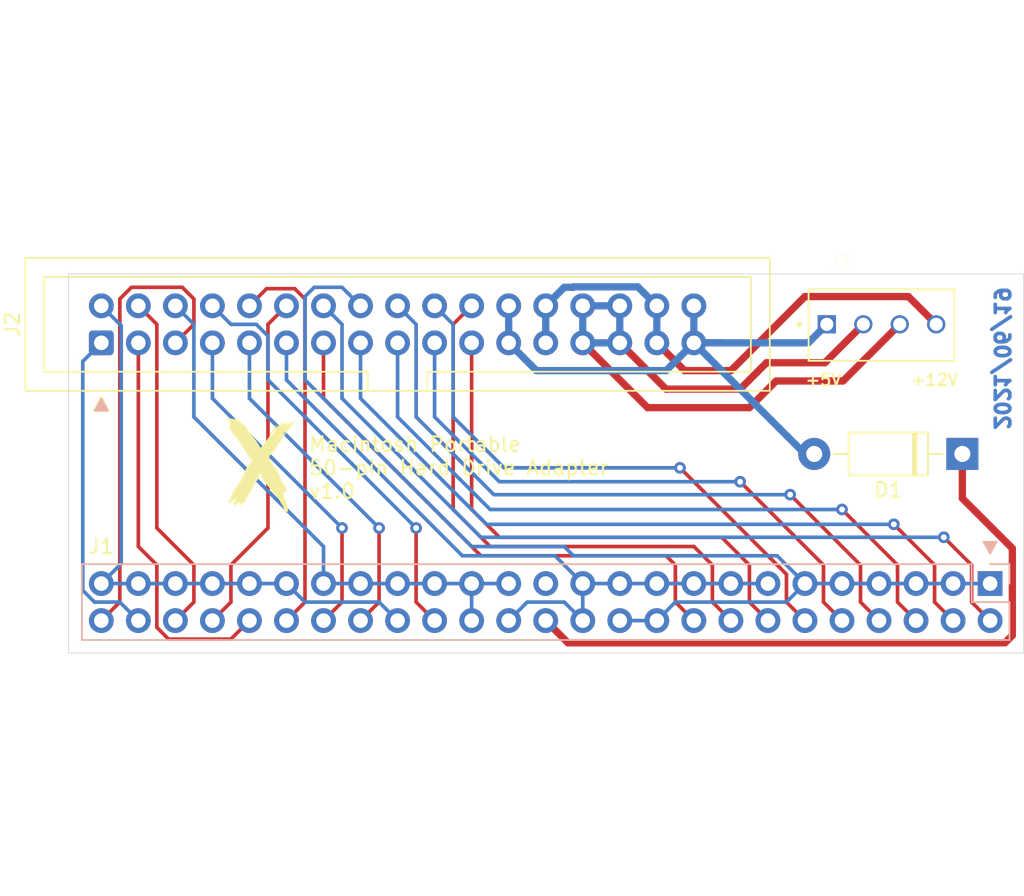
<source format=kicad_pcb>
(kicad_pcb (version 20171130) (host pcbnew "(5.1.6)-1")

  (general
    (thickness 1.6)
    (drawings 12)
    (tracks 210)
    (zones 0)
    (modules 5)
    (nets 27)
  )

  (page A4)
  (layers
    (0 F.Cu signal)
    (31 B.Cu signal)
    (32 B.Adhes user)
    (33 F.Adhes user)
    (34 B.Paste user)
    (35 F.Paste user)
    (36 B.SilkS user)
    (37 F.SilkS user)
    (38 B.Mask user)
    (39 F.Mask user)
    (40 Dwgs.User user)
    (41 Cmts.User user)
    (42 Eco1.User user)
    (43 Eco2.User user)
    (44 Edge.Cuts user)
    (45 Margin user)
    (46 B.CrtYd user)
    (47 F.CrtYd user)
    (48 B.Fab user)
    (49 F.Fab user)
  )

  (setup
    (last_trace_width 0.25)
    (user_trace_width 0.5)
    (trace_clearance 0.2)
    (zone_clearance 0.508)
    (zone_45_only no)
    (trace_min 0.2)
    (via_size 0.8)
    (via_drill 0.4)
    (via_min_size 0.4)
    (via_min_drill 0.3)
    (uvia_size 0.3)
    (uvia_drill 0.1)
    (uvias_allowed no)
    (uvia_min_size 0.2)
    (uvia_min_drill 0.1)
    (edge_width 0.05)
    (segment_width 0.2)
    (pcb_text_width 0.3)
    (pcb_text_size 1.5 1.5)
    (mod_edge_width 0.12)
    (mod_text_size 1 1)
    (mod_text_width 0.15)
    (pad_size 1.524 1.524)
    (pad_drill 0.762)
    (pad_to_mask_clearance 0.05)
    (aux_axis_origin 0 0)
    (visible_elements 7FFFFFFF)
    (pcbplotparams
      (layerselection 0x010fc_ffffffff)
      (usegerberextensions true)
      (usegerberattributes false)
      (usegerberadvancedattributes false)
      (creategerberjobfile false)
      (excludeedgelayer true)
      (linewidth 0.100000)
      (plotframeref false)
      (viasonmask false)
      (mode 1)
      (useauxorigin false)
      (hpglpennumber 1)
      (hpglpenspeed 20)
      (hpglpendiameter 15.000000)
      (psnegative false)
      (psa4output false)
      (plotreference true)
      (plotvalue false)
      (plotinvisibletext false)
      (padsonsilk false)
      (subtractmaskfromsilk true)
      (outputformat 1)
      (mirror false)
      (drillshape 0)
      (scaleselection 1)
      (outputdirectory ""))
  )

  (net 0 "")
  (net 1 /IO)
  (net 2 /GND4)
  (net 3 /REQ)
  (net 4 /CD)
  (net 5 /SEL)
  (net 6 /MSG)
  (net 7 /RST)
  (net 8 /ACK)
  (net 9 /GND3)
  (net 10 /BSY)
  (net 11 /ATN)
  (net 12 /GND2)
  (net 13 +12V)
  (net 14 "Net-(J1-Pad25)")
  (net 15 /GND1)
  (net 16 /DBP)
  (net 17 /DB7)
  (net 18 /DB6)
  (net 19 /DB5)
  (net 20 /DB4)
  (net 21 /DB3)
  (net 22 /DB2)
  (net 23 /DB1)
  (net 24 /DB0)
  (net 25 GND)
  (net 26 +5V)

  (net_class Default "This is the default net class."
    (clearance 0.2)
    (trace_width 0.25)
    (via_dia 0.8)
    (via_drill 0.4)
    (uvia_dia 0.3)
    (uvia_drill 0.1)
    (add_net +12V)
    (add_net +5V)
    (add_net /ACK)
    (add_net /ATN)
    (add_net /BSY)
    (add_net /CD)
    (add_net /DB0)
    (add_net /DB1)
    (add_net /DB2)
    (add_net /DB3)
    (add_net /DB4)
    (add_net /DB5)
    (add_net /DB6)
    (add_net /DB7)
    (add_net /DBP)
    (add_net /GND1)
    (add_net /GND2)
    (add_net /GND3)
    (add_net /GND4)
    (add_net /IO)
    (add_net /MSG)
    (add_net /REQ)
    (add_net /RST)
    (add_net /SEL)
    (add_net GND)
    (add_net "Net-(J1-Pad25)")
  )

  (module Connector_IDC:IDC-Header_2x17_P2.54mm_Vertical (layer F.Cu) (tedit 5EAC9A07) (tstamp 60C6FA08)
    (at 78.74 62.23 90)
    (descr "Through hole IDC box header, 2x17, 2.54mm pitch, DIN 41651 / IEC 60603-13, double rows, https://docs.google.com/spreadsheets/d/16SsEcesNF15N3Lb4niX7dcUr-NY5_MFPQhobNuNppn4/edit#gid=0")
    (tags "Through hole vertical IDC box header THT 2x17 2.54mm double row")
    (path /60CE00E0)
    (fp_text reference J2 (at 1.27 -6.1 90) (layer F.SilkS)
      (effects (font (size 1 1) (thickness 0.15)))
    )
    (fp_text value Mac_Portable_SCSI_SE_Conn_02x17_Odd_Even_MountingPin (at 1.27 46.74 90) (layer F.Fab)
      (effects (font (size 1 1) (thickness 0.15)))
    )
    (fp_line (start 6.22 -5.6) (end -3.68 -5.6) (layer F.CrtYd) (width 0.05))
    (fp_line (start 6.22 46.24) (end 6.22 -5.6) (layer F.CrtYd) (width 0.05))
    (fp_line (start -3.68 46.24) (end 6.22 46.24) (layer F.CrtYd) (width 0.05))
    (fp_line (start -3.68 -5.6) (end -3.68 46.24) (layer F.CrtYd) (width 0.05))
    (fp_line (start -4.68 0.5) (end -3.68 0) (layer F.SilkS) (width 0.12))
    (fp_line (start -4.68 -0.5) (end -4.68 0.5) (layer F.SilkS) (width 0.12))
    (fp_line (start -3.68 0) (end -4.68 -0.5) (layer F.SilkS) (width 0.12))
    (fp_line (start -1.98 22.37) (end -3.29 22.37) (layer F.SilkS) (width 0.12))
    (fp_line (start -1.98 22.37) (end -1.98 22.37) (layer F.SilkS) (width 0.12))
    (fp_line (start -1.98 44.55) (end -1.98 22.37) (layer F.SilkS) (width 0.12))
    (fp_line (start 4.52 44.55) (end -1.98 44.55) (layer F.SilkS) (width 0.12))
    (fp_line (start 4.52 -3.91) (end 4.52 44.55) (layer F.SilkS) (width 0.12))
    (fp_line (start -1.98 -3.91) (end 4.52 -3.91) (layer F.SilkS) (width 0.12))
    (fp_line (start -1.98 18.27) (end -1.98 -3.91) (layer F.SilkS) (width 0.12))
    (fp_line (start -3.29 18.27) (end -1.98 18.27) (layer F.SilkS) (width 0.12))
    (fp_line (start -3.29 45.85) (end -3.29 -5.21) (layer F.SilkS) (width 0.12))
    (fp_line (start 5.83 45.85) (end -3.29 45.85) (layer F.SilkS) (width 0.12))
    (fp_line (start 5.83 -5.21) (end 5.83 45.85) (layer F.SilkS) (width 0.12))
    (fp_line (start -3.29 -5.21) (end 5.83 -5.21) (layer F.SilkS) (width 0.12))
    (fp_line (start -1.98 22.37) (end -3.18 22.37) (layer F.Fab) (width 0.1))
    (fp_line (start -1.98 22.37) (end -1.98 22.37) (layer F.Fab) (width 0.1))
    (fp_line (start -1.98 44.55) (end -1.98 22.37) (layer F.Fab) (width 0.1))
    (fp_line (start 4.52 44.55) (end -1.98 44.55) (layer F.Fab) (width 0.1))
    (fp_line (start 4.52 -3.91) (end 4.52 44.55) (layer F.Fab) (width 0.1))
    (fp_line (start -1.98 -3.91) (end 4.52 -3.91) (layer F.Fab) (width 0.1))
    (fp_line (start -1.98 18.27) (end -1.98 -3.91) (layer F.Fab) (width 0.1))
    (fp_line (start -3.18 18.27) (end -1.98 18.27) (layer F.Fab) (width 0.1))
    (fp_line (start -3.18 45.74) (end -3.18 -4.1) (layer F.Fab) (width 0.1))
    (fp_line (start 5.72 45.74) (end -3.18 45.74) (layer F.Fab) (width 0.1))
    (fp_line (start 5.72 -5.1) (end 5.72 45.74) (layer F.Fab) (width 0.1))
    (fp_line (start -2.18 -5.1) (end 5.72 -5.1) (layer F.Fab) (width 0.1))
    (fp_line (start -3.18 -4.1) (end -2.18 -5.1) (layer F.Fab) (width 0.1))
    (fp_text user %R (at 1.27 20.32) (layer F.Fab)
      (effects (font (size 1 1) (thickness 0.15)))
    )
    (pad 34 thru_hole circle (at 2.54 40.64 90) (size 1.7 1.7) (drill 1) (layers *.Cu *.Mask)
      (net 26 +5V))
    (pad 32 thru_hole circle (at 2.54 38.1 90) (size 1.7 1.7) (drill 1) (layers *.Cu *.Mask)
      (net 13 +12V))
    (pad 30 thru_hole circle (at 2.54 35.56 90) (size 1.7 1.7) (drill 1) (layers *.Cu *.Mask)
      (net 25 GND))
    (pad 28 thru_hole circle (at 2.54 33.02 90) (size 1.7 1.7) (drill 1) (layers *.Cu *.Mask)
      (net 25 GND))
    (pad 26 thru_hole circle (at 2.54 30.48 90) (size 1.7 1.7) (drill 1) (layers *.Cu *.Mask)
      (net 13 +12V))
    (pad 24 thru_hole circle (at 2.54 27.94 90) (size 1.7 1.7) (drill 1) (layers *.Cu *.Mask)
      (net 26 +5V))
    (pad 22 thru_hole circle (at 2.54 25.4 90) (size 1.7 1.7) (drill 1) (layers *.Cu *.Mask)
      (net 17 /DB7))
    (pad 20 thru_hole circle (at 2.54 22.86 90) (size 1.7 1.7) (drill 1) (layers *.Cu *.Mask)
      (net 19 /DB5))
    (pad 18 thru_hole circle (at 2.54 20.32 90) (size 1.7 1.7) (drill 1) (layers *.Cu *.Mask)
      (net 21 /DB3))
    (pad 16 thru_hole circle (at 2.54 17.78 90) (size 1.7 1.7) (drill 1) (layers *.Cu *.Mask)
      (net 15 /GND1))
    (pad 14 thru_hole circle (at 2.54 15.24 90) (size 1.7 1.7) (drill 1) (layers *.Cu *.Mask)
      (net 24 /DB0))
    (pad 12 thru_hole circle (at 2.54 12.7 90) (size 1.7 1.7) (drill 1) (layers *.Cu *.Mask)
      (net 5 /SEL))
    (pad 10 thru_hole circle (at 2.54 10.16 90) (size 1.7 1.7) (drill 1) (layers *.Cu *.Mask)
      (net 7 /RST))
    (pad 8 thru_hole circle (at 2.54 7.62 90) (size 1.7 1.7) (drill 1) (layers *.Cu *.Mask)
      (net 11 /ATN))
    (pad 6 thru_hole circle (at 2.54 5.08 90) (size 1.7 1.7) (drill 1) (layers *.Cu *.Mask)
      (net 9 /GND3))
    (pad 4 thru_hole circle (at 2.54 2.54 90) (size 1.7 1.7) (drill 1) (layers *.Cu *.Mask)
      (net 4 /CD))
    (pad 2 thru_hole circle (at 2.54 0 90) (size 1.7 1.7) (drill 1) (layers *.Cu *.Mask)
      (net 2 /GND4))
    (pad 33 thru_hole circle (at 0 40.64 90) (size 1.7 1.7) (drill 1) (layers *.Cu *.Mask)
      (net 26 +5V))
    (pad 31 thru_hole circle (at 0 38.1 90) (size 1.7 1.7) (drill 1) (layers *.Cu *.Mask)
      (net 13 +12V))
    (pad 29 thru_hole circle (at 0 35.56 90) (size 1.7 1.7) (drill 1) (layers *.Cu *.Mask)
      (net 25 GND))
    (pad 27 thru_hole circle (at 0 33.02 90) (size 1.7 1.7) (drill 1) (layers *.Cu *.Mask)
      (net 25 GND))
    (pad 25 thru_hole circle (at 0 30.48 90) (size 1.7 1.7) (drill 1) (layers *.Cu *.Mask)
      (net 13 +12V))
    (pad 23 thru_hole circle (at 0 27.94 90) (size 1.7 1.7) (drill 1) (layers *.Cu *.Mask)
      (net 26 +5V))
    (pad 21 thru_hole circle (at 0 25.4 90) (size 1.7 1.7) (drill 1) (layers *.Cu *.Mask)
      (net 18 /DB6))
    (pad 19 thru_hole circle (at 0 22.86 90) (size 1.7 1.7) (drill 1) (layers *.Cu *.Mask)
      (net 20 /DB4))
    (pad 17 thru_hole circle (at 0 20.32 90) (size 1.7 1.7) (drill 1) (layers *.Cu *.Mask)
      (net 22 /DB2))
    (pad 15 thru_hole circle (at 0 17.78 90) (size 1.7 1.7) (drill 1) (layers *.Cu *.Mask)
      (net 23 /DB1))
    (pad 13 thru_hole circle (at 0 15.24 90) (size 1.7 1.7) (drill 1) (layers *.Cu *.Mask)
      (net 16 /DBP))
    (pad 11 thru_hole circle (at 0 12.7 90) (size 1.7 1.7) (drill 1) (layers *.Cu *.Mask)
      (net 12 /GND2))
    (pad 9 thru_hole circle (at 0 10.16 90) (size 1.7 1.7) (drill 1) (layers *.Cu *.Mask)
      (net 10 /BSY))
    (pad 7 thru_hole circle (at 0 7.62 90) (size 1.7 1.7) (drill 1) (layers *.Cu *.Mask)
      (net 8 /ACK))
    (pad 5 thru_hole circle (at 0 5.08 90) (size 1.7 1.7) (drill 1) (layers *.Cu *.Mask)
      (net 1 /IO))
    (pad 3 thru_hole circle (at 0 2.54 90) (size 1.7 1.7) (drill 1) (layers *.Cu *.Mask)
      (net 6 /MSG))
    (pad 1 thru_hole roundrect (at 0 0 90) (size 1.7 1.7) (drill 1) (layers *.Cu *.Mask) (roundrect_rratio 0.147059)
      (net 3 /REQ))
    (model ${KISYS3DMOD}/Connector_IDC.3dshapes/IDC-Header_2x17_P2.54mm_Vertical.wrl
      (at (xyz 0 0 0))
      (scale (xyz 1 1 1))
      (rotate (xyz 0 0 0))
    )
  )

  (module snapeda:TE_171825-4 (layer F.Cu) (tedit 60D4EC37) (tstamp 60C703BC)
    (at 128.5 60.96)
    (path /611FFB28)
    (fp_text reference J3 (at 0.925 -4.285) (layer F.SilkS)
      (effects (font (size 1 1) (thickness 0.015)))
    )
    (fp_text value 171825-4 (at 4.735 4.115) (layer F.Fab)
      (effects (font (size 1 1) (thickness 0.015)))
    )
    (fp_circle (center -1.9 0) (end -1.8 0) (layer F.Fab) (width 0.2))
    (fp_circle (center -1.9 0) (end -1.8 0) (layer F.SilkS) (width 0.2))
    (fp_line (start 9 2.75) (end -1.5 2.75) (layer F.CrtYd) (width 0.05))
    (fp_line (start 9 -2.65) (end 9 2.75) (layer F.CrtYd) (width 0.05))
    (fp_line (start -1.5 -2.65) (end 9 -2.65) (layer F.CrtYd) (width 0.05))
    (fp_line (start -1.5 2.75) (end -1.5 -2.65) (layer F.CrtYd) (width 0.05))
    (fp_line (start 8.75 2.5) (end -1.25 2.5) (layer F.SilkS) (width 0.127))
    (fp_line (start 8.75 -2.4) (end -1.25 -2.4) (layer F.SilkS) (width 0.127))
    (fp_line (start 8.75 -2.4) (end 8.75 2.5) (layer F.SilkS) (width 0.127))
    (fp_line (start -1.25 2.5) (end -1.25 -2.4) (layer F.SilkS) (width 0.127))
    (fp_line (start 8.75 2.5) (end 8.75 2.5) (layer F.Fab) (width 0.127))
    (fp_line (start -1.25 2.5) (end 8.75 2.5) (layer F.Fab) (width 0.127))
    (fp_line (start -1.25 2.5) (end -1.25 2.5) (layer F.Fab) (width 0.127))
    (fp_line (start 8.75 2.5) (end -1.25 2.5) (layer F.Fab) (width 0.127))
    (fp_line (start 8.75 -2.4) (end 8.75 2.5) (layer F.Fab) (width 0.127))
    (fp_line (start -1.25 -2.4) (end 8.75 -2.4) (layer F.Fab) (width 0.127))
    (fp_line (start -1.25 2.5) (end -1.25 -2.4) (layer F.Fab) (width 0.127))
    (pad 1 thru_hole rect (at 0 0) (size 1.25 1.25) (drill 0.9) (layers *.Cu *.Mask)
      (net 26 +5V))
    (pad 2 thru_hole circle (at 2.5 0) (size 1.25 1.25) (drill 0.9) (layers *.Cu *.Mask)
      (net 25 GND))
    (pad 3 thru_hole circle (at 5 0) (size 1.25 1.25) (drill 0.9) (layers *.Cu *.Mask)
      (net 25 GND))
    (pad 4 thru_hole circle (at 7.5 0) (size 1.25 1.25) (drill 0.9) (layers *.Cu *.Mask)
      (net 13 +12V))
    (model ${KIPRJMOD}/snapeda.pretty/171825-4.step
      (offset (xyz 3.75 0 10.4))
      (scale (xyz 1 1 1))
      (rotate (xyz 0 0 0))
    )
  )

  (module mac_portable_34pin_to_50pin_scsi:logo_7_front (layer F.Cu) (tedit 60CE9C36) (tstamp 60CF0CD1)
    (at 89.7 70.9)
    (fp_text reference G*** (at 0 -5.08) (layer F.SilkS) hide
      (effects (font (size 1.524 1.524) (thickness 0.3)))
    )
    (fp_text value LOGO (at 0 -7.62 -180) (layer F.SilkS) hide
      (effects (font (size 1.524 1.524) (thickness 0.3)))
    )
    (fp_poly (pts (xy -2.271817 -3.525016) (xy -2.241589 -3.515307) (xy -2.228288 -3.509731) (xy -2.186547 -3.495679)
      (xy -2.13399 -3.483973) (xy -2.101729 -3.47936) (xy -2.048452 -3.471361) (xy -1.995483 -3.459553)
      (xy -1.969957 -3.451864) (xy -1.920325 -3.440453) (xy -1.852659 -3.433755) (xy -1.798139 -3.4323)
      (xy -1.746274 -3.43141) (xy -1.702582 -3.427411) (xy -1.663359 -3.418314) (xy -1.624902 -3.402127)
      (xy -1.583507 -3.37686) (xy -1.53547 -3.340522) (xy -1.477088 -3.291124) (xy -1.404657 -3.226674)
      (xy -1.388573 -3.212177) (xy -1.349843 -3.179505) (xy -1.316791 -3.155761) (xy -1.294675 -3.144561)
      (xy -1.290055 -3.144408) (xy -1.272959 -3.139543) (xy -1.244843 -3.12058) (xy -1.216192 -3.09568)
      (xy -1.191928 -3.071831) (xy -1.168427 -3.0471) (xy -1.144112 -3.019345) (xy -1.117407 -2.986429)
      (xy -1.086734 -2.946212) (xy -1.050517 -2.896556) (xy -1.007178 -2.83532) (xy -0.955142 -2.760366)
      (xy -0.89283 -2.669556) (xy -0.818666 -2.560749) (xy -0.780908 -2.5052) (xy -0.719778 -2.415557)
      (xy -0.670398 -2.344136) (xy -0.630506 -2.287975) (xy -0.59784 -2.244113) (xy -0.570135 -2.209588)
      (xy -0.545129 -2.181438) (xy -0.52056 -2.156701) (xy -0.500314 -2.137935) (xy -0.462649 -2.098713)
      (xy -0.421217 -2.047548) (xy -0.384362 -1.994823) (xy -0.381 -1.989463) (xy -0.349078 -1.938897)
      (xy -0.308854 -1.876653) (xy -0.266367 -1.812018) (xy -0.239996 -1.772528) (xy -0.203728 -1.717719)
      (xy -0.170091 -1.665232) (xy -0.143248 -1.621661) (xy -0.129199 -1.59715) (xy -0.097103 -1.545293)
      (xy -0.062318 -1.503139) (xy -0.030139 -1.476845) (xy -0.022769 -1.473335) (xy -0.004718 -1.475367)
      (xy 0.013105 -1.49835) (xy 0.019328 -1.510631) (xy 0.037262 -1.539462) (xy 0.067913 -1.579964)
      (xy 0.106216 -1.625666) (xy 0.12995 -1.652013) (xy 0.220138 -1.752352) (xy 0.293519 -1.841074)
      (xy 0.353308 -1.922194) (xy 0.356306 -1.926765) (xy 1.198324 -1.926765) (xy 1.199256 -1.921)
      (xy 1.209456 -1.930736) (xy 1.2192 -1.9464) (xy 1.221843 -1.95275) (xy 1.2573 -1.95275)
      (xy 1.26365 -1.9464) (xy 1.27 -1.95275) (xy 1.26365 -1.9591) (xy 1.2573 -1.95275)
      (xy 1.221843 -1.95275) (xy 1.227375 -1.966036) (xy 1.226443 -1.9718) (xy 1.216243 -1.962065)
      (xy 1.2065 -1.9464) (xy 1.198324 -1.926765) (xy 0.356306 -1.926765) (xy 0.385221 -1.970848)
      (xy 0.403588 -1.999136) (xy 1.24498 -1.999136) (xy 1.247162 -2.001953) (xy 1.264821 -2.025669)
      (xy 1.277388 -2.04165) (xy 1.3081 -2.04165) (xy 1.31445 -2.0353) (xy 1.3208 -2.04165)
      (xy 1.31445 -2.048) (xy 1.3081 -2.04165) (xy 1.277388 -2.04165) (xy 1.291062 -2.059038)
      (xy 1.297549 -2.06705) (xy 1.3208 -2.06705) (xy 1.32715 -2.0607) (xy 1.3335 -2.06705)
      (xy 1.32715 -2.0734) (xy 1.3208 -2.06705) (xy 1.297549 -2.06705) (xy 1.30547 -2.076833)
      (xy 1.327596 -2.10515) (xy 1.3462 -2.10515) (xy 1.35255 -2.0988) (xy 1.3589 -2.10515)
      (xy 1.35255 -2.1115) (xy 1.3462 -2.10515) (xy 1.327596 -2.10515) (xy 1.332323 -2.111199)
      (xy 1.353555 -2.141121) (xy 1.354855 -2.14325) (xy 1.3716 -2.14325) (xy 1.37795 -2.1369)
      (xy 1.3843 -2.14325) (xy 1.37795 -2.1496) (xy 1.3716 -2.14325) (xy 1.354855 -2.14325)
      (xy 1.360083 -2.151811) (xy 1.375689 -2.167344) (xy 1.386899 -2.167044) (xy 1.394914 -2.166188)
      (xy 1.393821 -2.16865) (xy 1.4097 -2.16865) (xy 1.41605 -2.1623) (xy 1.4224 -2.16865)
      (xy 1.41605 -2.175) (xy 1.4097 -2.16865) (xy 1.393821 -2.16865) (xy 1.391897 -2.172982)
      (xy 1.393886 -2.190833) (xy 1.40547 -2.20675) (xy 1.4097 -2.20675) (xy 1.41605 -2.2004)
      (xy 1.4224 -2.20675) (xy 1.4351 -2.20675) (xy 1.44145 -2.2004) (xy 1.4478 -2.20675)
      (xy 1.44145 -2.2131) (xy 1.4351 -2.20675) (xy 1.4224 -2.20675) (xy 1.41605 -2.2131)
      (xy 1.4097 -2.20675) (xy 1.40547 -2.20675) (xy 1.41108 -2.214458) (xy 1.412882 -2.216219)
      (xy 1.437445 -2.243109) (xy 1.43884 -2.24485) (xy 1.4605 -2.24485) (xy 1.46685 -2.2385)
      (xy 1.4732 -2.24485) (xy 1.46685 -2.2512) (xy 1.4605 -2.24485) (xy 1.43884 -2.24485)
      (xy 1.467614 -2.280741) (xy 1.485311 -2.304773) (xy 1.510491 -2.33596) (xy 1.531593 -2.354362)
      (xy 1.541738 -2.356712) (xy 1.549418 -2.354943) (xy 1.546976 -2.358479) (xy 1.548868 -2.373119)
      (xy 1.564785 -2.396694) (xy 1.569201 -2.401661) (xy 1.589805 -2.426528) (xy 1.599972 -2.443992)
      (xy 1.6002 -2.445495) (xy 1.6082 -2.450147) (xy 1.613214 -2.447856) (xy 1.624061 -2.446799)
      (xy 1.62441 -2.450282) (xy 1.624026 -2.476142) (xy 1.631607 -2.488171) (xy 1.636888 -2.487023)
      (xy 1.648255 -2.493561) (xy 1.668133 -2.516562) (xy 1.692662 -2.550304) (xy 1.71798 -2.589066)
      (xy 1.740226 -2.627127) (xy 1.75554 -2.658767) (xy 1.758561 -2.66731) (xy 1.768146 -2.687349)
      (xy 1.775739 -2.690754) (xy 1.782921 -2.697169) (xy 1.786123 -2.71504) (xy 1.784609 -2.723485)
      (xy 1.777648 -2.723059) (xy 1.763834 -2.712199) (xy 1.741762 -2.689343) (xy 1.710024 -2.652931)
      (xy 1.667215 -2.601398) (xy 1.611929 -2.533185) (xy 1.54276 -2.446727) (xy 1.528642 -2.429)
      (xy 1.466034 -2.349727) (xy 1.416646 -2.285432) (xy 1.377374 -2.231638) (xy 1.345111 -2.183864)
      (xy 1.316754 -2.137632) (xy 1.289197 -2.088461) (xy 1.277747 -2.06705) (xy 1.258194 -2.029318)
      (xy 1.246713 -2.005492) (xy 1.24498 -1.999136) (xy 0.403588 -1.999136) (xy 0.417882 -2.02115)
      (xy 0.453397 -2.07282) (xy 0.478917 -2.107782) (xy 0.508752 -2.150557) (xy 0.535236 -2.194673)
      (xy 0.545853 -2.21571) (xy 0.561117 -2.245346) (xy 0.572535 -2.25405) (xy 0.582117 -2.247359)
      (xy 0.589216 -2.22747) (xy 0.578038 -2.205709) (xy 0.561622 -2.179555) (xy 0.564445 -2.16738)
      (xy 0.5842 -2.165792) (xy 0.604876 -2.172416) (xy 0.609599 -2.179741) (xy 0.616841 -2.195321)
      (xy 0.636123 -2.225811) (xy 0.663783 -2.266161) (xy 0.696159 -2.311317) (xy 0.729588 -2.356226)
      (xy 0.760406 -2.395837) (xy 0.784953 -2.425096) (xy 0.794893 -2.43535) (xy 0.817944 -2.462684)
      (xy 0.842273 -2.500663) (xy 0.84959 -2.514372) (xy 0.875836 -2.559069) (xy 0.907228 -2.602666)
      (xy 0.914519 -2.611347) (xy 0.944081 -2.651263) (xy 0.968988 -2.69508) (xy 0.972856 -2.703775)
      (xy 0.990706 -2.740861) (xy 1.009264 -2.770629) (xy 1.012883 -2.775075) (xy 1.023821 -2.79193)
      (xy 1.021143 -2.797495) (xy 1.018391 -2.80287) (xy 1.023188 -2.80702) (xy 1.037396 -2.822103)
      (xy 1.059792 -2.851179) (xy 1.077773 -2.876675) (xy 1.080221 -2.87985) (xy 1.8669 -2.87985)
      (xy 1.87325 -2.8735) (xy 1.8796 -2.87985) (xy 1.87325 -2.8862) (xy 1.8669 -2.87985)
      (xy 1.080221 -2.87985) (xy 1.099811 -2.90525) (xy 1.8796 -2.90525) (xy 1.88595 -2.8989)
      (xy 1.8923 -2.90525) (xy 1.88595 -2.9116) (xy 1.8796 -2.90525) (xy 1.099811 -2.90525)
      (xy 1.103121 -2.909541) (xy 1.125741 -2.931451) (xy 1.13719 -2.937) (xy 1.153947 -2.945612)
      (xy 1.182711 -2.968571) (xy 1.218256 -3.00156) (xy 1.23183 -3.015187) (xy 1.272413 -3.059182)
      (xy 1.296528 -3.09216) (xy 1.307442 -3.119096) (xy 1.308992 -3.132662) (xy 1.312828 -3.169714)
      (xy 1.319673 -3.196996) (xy 1.327154 -3.212144) (xy 1.332187 -3.205512) (xy 1.335984 -3.187914)
      (xy 1.337868 -3.161819) (xy 1.333474 -3.150169) (xy 1.325629 -3.136539) (xy 1.317361 -3.107167)
      (xy 1.315459 -3.097672) (xy 1.306478 -3.048794) (xy 1.361264 -3.057711) (xy 1.441213 -3.079555)
      (xy 1.508939 -3.119241) (xy 1.543127 -3.149129) (xy 1.585915 -3.18275) (xy 1.637012 -3.205861)
      (xy 1.703637 -3.2214) (xy 1.730375 -3.225383) (xy 1.764933 -3.226015) (xy 1.777475 -3.216578)
      (xy 1.767001 -3.198269) (xy 1.759089 -3.191117) (xy 1.746904 -3.172606) (xy 1.748016 -3.162742)
      (xy 1.746143 -3.146193) (xy 1.73912 -3.139718) (xy 1.724877 -3.120193) (xy 1.717899 -3.095877)
      (xy 1.710064 -3.066434) (xy 1.694397 -3.024707) (xy 1.679127 -2.990165) (xy 1.656288 -2.941713)
      (xy 1.644367 -2.914389) (xy 1.643345 -2.906393) (xy 1.653204 -2.915927) (xy 1.673923 -2.941194)
      (xy 1.67867 -2.947107) (xy 1.734811 -3.009269) (xy 1.796272 -3.064171) (xy 1.85836 -3.108537)
      (xy 1.916379 -3.139087) (xy 1.965637 -3.152546) (xy 1.973405 -3.1529) (xy 2.001288 -3.161618)
      (xy 2.039922 -3.185271) (xy 2.070685 -3.209374) (xy 2.139899 -3.262228) (xy 2.197753 -3.292998)
      (xy 2.24397 -3.301551) (xy 2.255389 -3.299799) (xy 2.274835 -3.293238) (xy 2.279619 -3.281889)
      (xy 2.271681 -3.257602) (xy 2.267719 -3.248033) (xy 2.241014 -3.195395) (xy 2.19965 -3.130934)
      (xy 2.142575 -3.053199) (xy 2.068739 -2.960741) (xy 2.000383 -2.879284) (xy 1.963111 -2.834928)
      (xy 1.929355 -2.79357) (xy 1.904617 -2.761994) (xy 1.89865 -2.753863) (xy 1.871678 -2.717048)
      (xy 1.846669 -2.684579) (xy 1.830001 -2.661474) (xy 1.803346 -2.622019) (xy 1.770154 -2.571419)
      (xy 1.733875 -2.514879) (xy 1.727744 -2.5052) (xy 1.691197 -2.448829) (xy 1.645965 -2.381325)
      (xy 1.594054 -2.305484) (xy 1.537472 -2.224101) (xy 1.478229 -2.13997) (xy 1.418331 -2.055887)
      (xy 1.359788 -1.974648) (xy 1.304606 -1.899046) (xy 1.254794 -1.831877) (xy 1.21236 -1.775937)
      (xy 1.179313 -1.73402) (xy 1.157659 -1.708922) (xy 1.151919 -1.703681) (xy 1.140692 -1.686983)
      (xy 1.140393 -1.684631) (xy 1.135582 -1.662902) (xy 1.12137 -1.630043) (xy 1.096074 -1.582587)
      (xy 1.064081 -1.5273) (xy 1.030849 -1.469183) (xy 0.996194 -1.405536) (xy 0.967205 -1.349401)
      (xy 0.965311 -1.345561) (xy 0.933464 -1.288114) (xy 0.903736 -1.248637) (xy 0.878111 -1.229337)
      (xy 0.86153 -1.23013) (xy 0.851332 -1.228658) (xy 0.8509 -1.225875) (xy 0.842625 -1.212919)
      (xy 0.82013 -1.185799) (xy 0.786904 -1.148554) (xy 0.748749 -1.10765) (xy 0.682812 -1.038352)
      (xy 0.632451 -0.98504) (xy 0.595874 -0.945167) (xy 0.571289 -0.916186) (xy 0.556904 -0.895549)
      (xy 0.550927 -0.880708) (xy 0.551567 -0.869115) (xy 0.557032 -0.858223) (xy 0.56497 -0.846343)
      (xy 0.579174 -0.816471) (xy 0.575877 -0.789444) (xy 0.572822 -0.782181) (xy 0.562999 -0.759843)
      (xy 0.56136 -0.744669) (xy 0.570398 -0.728272) (xy 0.592605 -0.702266) (xy 0.598606 -0.695448)
      (xy 0.619117 -0.667403) (xy 0.647481 -0.622266) (xy 0.680306 -0.565722) (xy 0.714206 -0.503458)
      (xy 0.722431 -0.487704) (xy 0.755509 -0.423912) (xy 0.787161 -0.363135) (xy 0.814228 -0.31142)
      (xy 0.833551 -0.274816) (xy 0.836619 -0.269074) (xy 0.869328 -0.213074) (xy 0.903408 -0.163052)
      (xy 0.935392 -0.123404) (xy 0.96181 -0.098525) (xy 0.976155 -0.0922) (xy 1.013717 -0.080565)
      (xy 1.044424 -0.049909) (xy 1.06175 -0.007186) (xy 1.069945 0.017897) (xy 1.08786 0.061436)
      (xy 1.11363 0.119277) (xy 1.145392 0.18727) (xy 1.181283 0.261263) (xy 1.191262 0.281374)
      (xy 1.238709 0.378423) (xy 1.274264 0.455626) (xy 1.298812 0.515087) (xy 1.313235 0.558915)
      (xy 1.318048 0.583842) (xy 1.325083 0.622653) (xy 1.336017 0.651445) (xy 1.341443 0.658422)
      (xy 1.356605 0.678591) (xy 1.3589 0.687903) (xy 1.365828 0.706409) (xy 1.383412 0.736357)
      (xy 1.394787 0.753023) (xy 1.422191 0.797733) (xy 1.446979 0.848427) (xy 1.452842 0.863094)
      (xy 1.47779 0.916966) (xy 1.514653 0.980124) (xy 1.557737 1.043548) (xy 1.60099 1.097812)
      (xy 1.651408 1.158527) (xy 1.685456 1.210467) (xy 1.706607 1.26071) (xy 1.718336 1.316335)
      (xy 1.721279 1.3429) (xy 1.7261 1.38994) (xy 1.730954 1.426711) (xy 1.734897 1.446219)
      (xy 1.73536 1.447239) (xy 1.734305 1.466687) (xy 1.720286 1.49686) (xy 1.698089 1.530312)
      (xy 1.672501 1.5596) (xy 1.653424 1.574675) (xy 1.616423 1.592937) (xy 1.595448 1.594052)
      (xy 1.587706 1.57793) (xy 1.5875 1.572558) (xy 1.582467 1.550326) (xy 1.576346 1.543983)
      (xy 1.563115 1.531771) (xy 1.54212 1.505536) (xy 1.530279 1.48895) (xy 1.509793 1.459793)
      (xy 1.500787 1.450391) (xy 1.500563 1.459426) (xy 1.504239 1.47625) (xy 1.510846 1.509241)
      (xy 1.518965 1.556089) (xy 1.52536 1.5969) (xy 1.539742 1.690897) (xy 1.551855 1.763037)
      (xy 1.562362 1.816693) (xy 1.571924 1.855238) (xy 1.581205 1.882044) (xy 1.581463 1.88265)
      (xy 1.59585 1.921379) (xy 1.605219 1.954157) (xy 1.620294 1.982633) (xy 1.638668 1.994376)
      (xy 1.657174 2.005148) (xy 1.657897 2.028041) (xy 1.656828 2.032608) (xy 1.655612 2.059496)
      (xy 1.66267 2.072514) (xy 1.674123 2.090972) (xy 1.6764 2.10628) (xy 1.682132 2.135032)
      (xy 1.695969 2.169397) (xy 1.696418 2.170272) (xy 1.708016 2.194171) (xy 1.716722 2.217604)
      (xy 1.724329 2.247316) (xy 1.73263 2.290056) (xy 1.740848 2.337404) (xy 1.751308 2.387779)
      (xy 1.764346 2.435967) (xy 1.771944 2.458054) (xy 1.794005 2.521339) (xy 1.812606 2.588982)
      (xy 1.826994 2.656144) (xy 1.836412 2.717987) (xy 1.840105 2.769669) (xy 1.837319 2.806352)
      (xy 1.8288 2.82245) (xy 1.820142 2.839372) (xy 1.816133 2.87002) (xy 1.8161 2.873155)
      (xy 1.813233 2.902983) (xy 1.800436 2.91612) (xy 1.781175 2.920031) (xy 1.74625 2.92405)
      (xy 1.750564 3.016125) (xy 1.751869 3.060773) (xy 1.751325 3.093491) (xy 1.749062 3.107983)
      (xy 1.748644 3.1082) (xy 1.73895 3.098341) (xy 1.722208 3.073664) (xy 1.715754 3.063024)
      (xy 1.698789 3.030977) (xy 1.689359 3.006795) (xy 1.688703 3.002699) (xy 1.682206 2.98347)
      (xy 1.666238 2.952362) (xy 1.657018 2.93675) (xy 1.637985 2.900299) (xy 1.626853 2.868256)
      (xy 1.625665 2.859087) (xy 1.617985 2.829528) (xy 1.602039 2.801937) (xy 1.584132 2.769022)
      (xy 1.570743 2.727503) (xy 1.569411 2.72085) (xy 1.559288 2.683944) (xy 1.540843 2.633315)
      (xy 1.517076 2.575733) (xy 1.490989 2.51797) (xy 1.465583 2.466798) (xy 1.44386 2.428987)
      (xy 1.434312 2.41605) (xy 1.413495 2.388001) (xy 1.384548 2.342601) (xy 1.382923 2.33985)
      (xy 1.397 2.33985) (xy 1.40335 2.3462) (xy 1.4097 2.33985) (xy 1.40335 2.3335)
      (xy 1.397 2.33985) (xy 1.382923 2.33985) (xy 1.350647 2.285242) (xy 1.314967 2.221317)
      (xy 1.280684 2.156219) (xy 1.276952 2.148855) (xy 1.256558 2.11196) (xy 1.23083 2.072696)
      (xy 1.197348 2.028019) (xy 1.153695 1.974883) (xy 1.09745 1.910243) (xy 1.038339 1.84455)
      (xy 1.1557 1.84455) (xy 1.16205 1.8509) (xy 1.1684 1.84455) (xy 1.16205 1.8382)
      (xy 1.1557 1.84455) (xy 1.038339 1.84455) (xy 1.026196 1.831055) (xy 1.012897 1.816454)
      (xy 0.989589 1.789536) (xy 1.308486 1.789536) (xy 1.312777 1.819699) (xy 1.317249 1.833986)
      (xy 1.324911 1.849815) (xy 1.32937 1.842123) (xy 1.330804 1.835424) (xy 1.328389 1.806458)
      (xy 1.32204 1.790974) (xy 1.311812 1.775935) (xy 1.308704 1.783016) (xy 1.308486 1.789536)
      (xy 0.989589 1.789536) (xy 0.975361 1.773106) (xy 0.947002 1.7366) (xy 1.1176 1.7366)
      (xy 1.122246 1.747053) (xy 1.126066 1.745066) (xy 1.127586 1.729994) (xy 1.126066 1.728133)
      (xy 1.118516 1.729876) (xy 1.1176 1.7366) (xy 0.947002 1.7366) (xy 0.944447 1.733312)
      (xy 0.924415 1.702769) (xy 0.919445 1.691473) (xy 0.913424 1.67674) (xy 1.094247 1.67674)
      (xy 1.097337 1.683837) (xy 1.110124 1.697471) (xy 1.117476 1.694674) (xy 1.1176 1.692899)
      (xy 1.108579 1.682157) (xy 1.102937 1.678237) (xy 1.094247 1.67674) (xy 0.913424 1.67674)
      (xy 0.908811 1.665454) (xy 0.893933 1.663353) (xy 0.879946 1.674533) (xy 0.859942 1.682342)
      (xy 0.838931 1.665894) (xy 0.819021 1.630956) (xy 0.801378 1.60101) (xy 0.793985 1.59055)
      (xy 1.0668 1.59055) (xy 1.07315 1.5969) (xy 1.0795 1.59055) (xy 1.07315 1.5842)
      (xy 1.0668 1.59055) (xy 0.793985 1.59055) (xy 0.77284 1.560638) (xy 0.73944 1.518351)
      (xy 0.737924 1.516545) (xy 0.717611 1.489877) (xy 1.030485 1.489877) (xy 1.03677 1.510124)
      (xy 1.045931 1.520691) (xy 1.046162 1.5207) (xy 1.047901 1.510419) (xy 1.044948 1.494796)
      (xy 1.037158 1.476798) (xy 1.031868 1.475198) (xy 1.030485 1.489877) (xy 0.717611 1.489877)
      (xy 0.707231 1.47625) (xy 0.8001 1.47625) (xy 0.80645 1.4826) (xy 0.8128 1.47625)
      (xy 0.80645 1.4699) (xy 0.8001 1.47625) (xy 0.707231 1.47625) (xy 0.699639 1.466284)
      (xy 0.689485 1.45085) (xy 1.016 1.45085) (xy 1.02235 1.4572) (xy 1.0287 1.45085)
      (xy 1.02235 1.4445) (xy 1.016 1.45085) (xy 0.689485 1.45085) (xy 0.662119 1.409254)
      (xy 0.636812 1.364145) (xy 0.612717 1.32385) (xy 0.6858 1.32385) (xy 0.69215 1.3302)
      (xy 0.6985 1.32385) (xy 0.69215 1.3175) (xy 0.6858 1.32385) (xy 0.612717 1.32385)
      (xy 0.60651 1.31347) (xy 0.563807 1.255678) (xy 0.521027 1.206314) (xy 0.639587 1.206314)
      (xy 0.646164 1.230694) (xy 0.657674 1.260079) (xy 0.670234 1.285932) (xy 0.67996 1.29972)
      (xy 0.682188 1.299944) (xy 0.681498 1.285798) (xy 0.674575 1.269457) (xy 0.667193 1.246658)
      (xy 0.669313 1.236619) (xy 0.667445 1.22931) (xy 0.661767 1.2286) (xy 0.651888 1.221612)
      (xy 0.653507 1.216777) (xy 0.652182 1.200354) (xy 0.649022 1.197667) (xy 0.639738 1.20013)
      (xy 0.639587 1.206314) (xy 0.521027 1.206314) (xy 0.515648 1.200108) (xy 0.511725 1.195993)
      (xy 0.464723 1.143473) (xy 0.413082 1.08008) (xy 0.386348 1.04445) (xy 0.7493 1.04445)
      (xy 0.75565 1.0508) (xy 0.762 1.04445) (xy 0.75565 1.0381) (xy 0.7493 1.04445)
      (xy 0.386348 1.04445) (xy 0.365445 1.016592) (xy 0.34925 0.993294) (xy 0.31554 0.9435)
      (xy 0.271943 0.87935) (xy 0.4572 0.87935) (xy 0.46355 0.8857) (xy 0.4699 0.87935)
      (xy 0.46355 0.873) (xy 0.4572 0.87935) (xy 0.271943 0.87935) (xy 0.271874 0.879249)
      (xy 0.22267 0.807027) (xy 0.19401 0.76505) (xy 0.4064 0.76505) (xy 0.41275 0.7714)
      (xy 0.4191 0.76505) (xy 0.41275 0.7587) (xy 0.4064 0.76505) (xy 0.19401 0.76505)
      (xy 0.176667 0.73965) (xy 0.3937 0.73965) (xy 0.40005 0.746) (xy 0.4064 0.73965)
      (xy 0.40005 0.7333) (xy 0.3937 0.73965) (xy 0.176667 0.73965) (xy 0.172345 0.733321)
      (xy 0.142875 0.690245) (xy 0.11439 0.64804) (xy 1.119647 0.64804) (xy 1.122737 0.655137)
      (xy 1.135524 0.668771) (xy 1.142876 0.665974) (xy 1.143 0.664199) (xy 1.133979 0.653457)
      (xy 1.128337 0.649537) (xy 1.119647 0.64804) (xy 0.11439 0.64804) (xy 0.101181 0.62847)
      (xy 0.065021 0.573197) (xy 0.036695 0.528085) (xy 0.034176 0.52375) (xy 0.2667 0.52375)
      (xy 0.27305 0.5301) (xy 0.2794 0.52375) (xy 1.0414 0.52375) (xy 1.04775 0.5301)
      (xy 1.0541 0.52375) (xy 1.04775 0.5174) (xy 1.0414 0.52375) (xy 0.2794 0.52375)
      (xy 0.27305 0.5174) (xy 0.2667 0.52375) (xy 0.034176 0.52375) (xy 0.018505 0.496791)
      (xy 0.0127 0.48337) (xy 0.006436 0.467969) (xy 0.002639 0.466696) (xy 0.229431 0.466696)
      (xy 0.232585 0.473273) (xy 0.23968 0.482475) (xy 0.258217 0.502219) (xy 0.266491 0.502133)
      (xy 0.2667 0.499905) (xy 0.258021 0.489303) (xy 0.253764 0.48565) (xy 1.0287 0.48565)
      (xy 1.03505 0.492) (xy 1.0414 0.48565) (xy 1.03505 0.4793) (xy 1.0287 0.48565)
      (xy 0.253764 0.48565) (xy 0.244475 0.47768) (xy 0.237997 0.47295) (xy 0.9906 0.47295)
      (xy 0.99695 0.4793) (xy 1.0033 0.47295) (xy 0.99695 0.4666) (xy 0.9906 0.47295)
      (xy 0.237997 0.47295) (xy 0.229431 0.466696) (xy 0.002639 0.466696) (xy 0.002352 0.4666)
      (xy -0.00849 0.456325) (xy -0.01396 0.44755) (xy 0.9652 0.44755) (xy 0.97155 0.4539)
      (xy 0.9779 0.44755) (xy 0.97155 0.4412) (xy 0.9652 0.44755) (xy -0.01396 0.44755)
      (xy -0.023909 0.431593) (xy -0.030042 0.41944) (xy 0.979947 0.41944) (xy 0.983037 0.426537)
      (xy 0.995824 0.440171) (xy 1.003176 0.437374) (xy 1.0033 0.435599) (xy 0.994279 0.424857)
      (xy 0.988637 0.420937) (xy 0.979947 0.41944) (xy -0.030042 0.41944) (xy -0.039078 0.401538)
      (xy -0.049165 0.375296) (xy -0.049862 0.37135) (xy 0.9398 0.37135) (xy 0.94615 0.3777)
      (xy 0.9525 0.37135) (xy 0.94615 0.365) (xy 0.9398 0.37135) (xy -0.049862 0.37135)
      (xy -0.0508 0.36605) (xy -0.040237 0.354545) (xy -0.025401 0.34862) (xy -0.004746 0.334723)
      (xy 0 0.321738) (xy 0.008308 0.30412) (xy 0.016311 0.3015) (xy 0.033337 0.291519)
      (xy 0.052826 0.267229) (xy 0.054411 0.264615) (xy 0.071431 0.233291) (xy 0.071743 0.23165)
      (xy 0.8001 0.23165) (xy 0.80645 0.238) (xy 0.8128 0.23165) (xy 0.80645 0.2253)
      (xy 0.8001 0.23165) (xy 0.071743 0.23165) (xy 0.074396 0.217728) (xy 0.063674 0.212782)
      (xy 0.058159 0.2126) (xy 0.043094 0.223597) (xy 0.031881 0.250108) (xy 0.03175 0.250699)
      (xy 0.022518 0.278701) (xy 0.007403 0.288283) (xy -0.006907 0.288139) (xy -0.020092 0.295127)
      (xy -0.044384 0.313336) (xy -0.052331 0.319889) (xy -0.07937 0.340575) (xy -0.098679 0.351692)
      (xy -0.101442 0.3523) (xy -0.112855 0.362655) (xy -0.129852 0.388955) (xy -0.1391 0.406275)
      (xy -0.160599 0.446513) (xy -0.181882 0.482354) (xy -0.187858 0.491368) (xy -0.20181 0.512664)
      (xy -0.200704 0.51823) (xy -0.187325 0.513992) (xy -0.169109 0.512608) (xy -0.1651 0.518548)
      (xy -0.157296 0.525761) (xy -0.1524 0.523749) (xy -0.143268 0.520009) (xy -0.141403 0.52638)
      (xy -0.147819 0.546208) (xy -0.163528 0.58284) (xy -0.183564 0.626701) (xy -0.208967 0.678551)
      (xy -0.234017 0.72059) (xy -0.264396 0.760947) (xy -0.305791 0.807756) (xy -0.323057 0.826237)
      (xy -0.343143 0.841345) (xy -0.353129 0.837373) (xy -0.351718 0.819063) (xy -0.337617 0.79116)
      (xy -0.334033 0.786035) (xy -0.308891 0.75014) (xy -0.299814 0.733733) (xy -0.306762 0.736902)
      (xy -0.329696 0.759734) (xy -0.340581 0.7714) (xy -0.370365 0.807491) (xy -0.392601 0.841444)
      (xy -0.400736 0.8603) (xy -0.411676 0.898188) (xy -0.419979 0.921222) (xy -0.429419 0.95355)
      (xy -0.4318 0.972983) (xy -0.440554 0.996998) (xy -0.461679 1.023636) (xy -0.462339 1.024261)
      (xy -0.486205 1.057312) (xy -0.501128 1.096941) (xy -0.501231 1.097481) (xy -0.511913 1.13193)
      (xy -0.533068 1.18312) (xy -0.562095 1.246017) (xy -0.59639 1.315586) (xy -0.633352 1.386794)
      (xy -0.670378 1.454605) (xy -0.704866 1.513985) (xy -0.734213 1.5599) (xy -0.752824 1.5842)
      (xy -0.797539 1.640341) (xy -0.846381 1.71332) (xy -0.895261 1.795938) (xy -0.940093 1.880999)
      (xy -0.976787 1.961306) (xy -0.995862 2.012106) (xy -1.012638 2.055621) (xy -1.031286 2.093256)
      (xy -1.040491 2.107356) (xy -1.05925 2.135128) (xy -1.082842 2.175042) (xy -1.098001 2.202963)
      (xy -1.120789 2.242339) (xy -1.141277 2.264318) (xy -1.166181 2.275251) (xy -1.176907 2.277592)
      (xy -1.208431 2.287885) (xy -1.227228 2.302131) (xy -1.228203 2.304083) (xy -1.243365 2.316593)
      (xy -1.252396 2.315652) (xy -1.270893 2.320157) (xy -1.283536 2.33506) (xy -1.296606 2.352613)
      (xy -1.304112 2.354421) (xy -1.316218 2.357515) (xy -1.335401 2.374629) (xy -1.355139 2.398329)
      (xy -1.368913 2.421182) (xy -1.3716 2.431354) (xy -1.377897 2.443266) (xy -1.383532 2.441924)
      (xy -1.398946 2.445492) (xy -1.422117 2.463607) (xy -1.427982 2.46962) (xy -1.4605 2.50469)
      (xy -1.462513 2.40322) (xy -1.463254 2.352407) (xy -1.463396 2.309662) (xy -1.462924 2.28284)
      (xy -1.462749 2.280014) (xy -1.467367 2.264745) (xy -1.481126 2.267065) (xy -1.497775 2.284357)
      (xy -1.505219 2.297779) (xy -1.512712 2.312457) (xy -1.522766 2.324146) (xy -1.540343 2.336149)
      (xy -1.570407 2.351772) (xy -1.617923 2.374317) (xy -1.6256 2.37791) (xy -1.68358 2.412697)
      (xy -1.736564 2.462495) (xy -1.756291 2.485746) (xy -1.787198 2.520894) (xy -1.813657 2.545555)
      (xy -1.830729 2.555239) (xy -1.832491 2.55502) (xy -1.840276 2.542498) (xy -1.844084 2.51077)
      (xy -1.84415 2.45727) (xy -1.843412 2.434967) (xy -1.842532 2.377953) (xy -1.844564 2.343025)
      (xy -1.827327 2.343025) (xy -1.822734 2.364923) (xy -1.801388 2.371539) (xy -1.797449 2.3716)
      (xy -1.774976 2.367297) (xy -1.773391 2.352599) (xy -1.773532 2.352225) (xy -1.784626 2.34003)
      (xy -1.797473 2.34655) (xy -1.812342 2.351917) (xy -1.819916 2.337349) (xy -1.823708 2.32715)
      (xy -1.7653 2.32715) (xy -1.75895 2.3335) (xy -1.7526 2.32715) (xy -1.75895 2.3208)
      (xy -1.7653 2.32715) (xy -1.823708 2.32715) (xy -1.824558 2.324864) (xy -1.826929 2.336403)
      (xy -1.827327 2.343025) (xy -1.844564 2.343025) (xy -1.844795 2.339062) (xy -1.849972 2.32149)
      (xy -1.851587 2.3208) (xy -1.856268 2.310198) (xy -1.855838 2.30175) (xy -1.7653 2.30175)
      (xy -1.75895 2.3081) (xy -1.7526 2.30175) (xy -1.7399 2.30175) (xy -1.73355 2.3081)
      (xy -1.7272 2.30175) (xy -1.5875 2.30175) (xy -1.58115 2.3081) (xy -1.5748 2.30175)
      (xy -1.58115 2.2954) (xy -1.5875 2.30175) (xy -1.7272 2.30175) (xy -1.73355 2.2954)
      (xy -1.7399 2.30175) (xy -1.7526 2.30175) (xy -1.75895 2.2954) (xy -1.7653 2.30175)
      (xy -1.855838 2.30175) (xy -1.855192 2.28905) (xy -1.5621 2.28905) (xy -1.55575 2.2954)
      (xy -1.5494 2.28905) (xy -1.55575 2.2827) (xy -1.5621 2.28905) (xy -1.855192 2.28905)
      (xy -1.854957 2.284444) (xy -1.851252 2.26365) (xy -1.7145 2.26365) (xy -1.70815 2.27)
      (xy -1.7018 2.26365) (xy -1.524 2.26365) (xy -1.51765 2.27) (xy -1.5113 2.26365)
      (xy -1.51765 2.2573) (xy -1.524 2.26365) (xy -1.7018 2.26365) (xy -1.70815 2.2573)
      (xy -1.7145 2.26365) (xy -1.851252 2.26365) (xy -1.849285 2.252615) (xy -1.840885 2.223788)
      (xy -1.839134 2.220699) (xy -1.5113 2.220699) (xy -1.503476 2.227584) (xy -1.4986 2.22555)
      (xy -1.4605 2.22555) (xy -1.45415 2.2319) (xy -1.4478 2.22555) (xy -1.45415 2.2192)
      (xy -1.4605 2.22555) (xy -1.4986 2.22555) (xy -1.486375 2.208726) (xy -1.4859 2.205)
      (xy -1.493725 2.198115) (xy -1.4986 2.20015) (xy -1.510826 2.216973) (xy -1.5113 2.220699)
      (xy -1.839134 2.220699) (xy -1.831388 2.207039) (xy -1.831096 2.206812) (xy -1.821416 2.192661)
      (xy -1.804865 2.162147) (xy -1.798554 2.14935) (xy -1.4986 2.14935) (xy -1.49225 2.1557)
      (xy -1.4859 2.14935) (xy -1.49225 2.143) (xy -1.4986 2.14935) (xy -1.798554 2.14935)
      (xy -1.786025 2.12395) (xy -1.758333 2.075939) (xy -1.738198 2.04775) (xy -1.6002 2.04775)
      (xy -1.59385 2.0541) (xy -1.5875 2.04775) (xy -1.4859 2.04775) (xy -1.47955 2.0541)
      (xy -1.4732 2.04775) (xy -1.47955 2.0414) (xy -1.4859 2.04775) (xy -1.5875 2.04775)
      (xy -1.59385 2.0414) (xy -1.6002 2.04775) (xy -1.738198 2.04775) (xy -1.719234 2.021201)
      (xy -1.709507 2.00965) (xy -1.5748 2.00965) (xy -1.56845 2.016) (xy -1.5621 2.00965)
      (xy -1.56845 2.0033) (xy -1.5748 2.00965) (xy -1.709507 2.00965) (xy -1.703055 2.001988)
      (xy -1.468408 2.001988) (xy -1.466836 2.0033) (xy -1.458285 1.993012) (xy -1.443119 1.966866)
      (xy -1.434031 1.949325) (xy -1.422011 1.922325) (xy -1.420259 1.911234) (xy -1.425079 1.9144)
      (xy -1.439732 1.934625) (xy -1.45449 1.961613) (xy -1.465375 1.986891) (xy -1.468408 2.001988)
      (xy -1.703055 2.001988) (xy -1.676156 1.970047) (xy -1.671898 1.965507) (xy -1.638759 1.929866)
      (xy -1.623183 1.911219) (xy -1.625363 1.909661) (xy -1.645493 1.92529) (xy -1.683767 1.958203)
      (xy -1.718276 1.988742) (xy -1.753426 2.016576) (xy -1.783759 2.034488) (xy -1.800826 2.038674)
      (xy -1.823074 2.044958) (xy -1.847181 2.065236) (xy -1.86403 2.090593) (xy -1.866901 2.10327)
      (xy -1.876525 2.118267) (xy -1.900522 2.139222) (xy -1.909626 2.145717) (xy -1.938332 2.169548)
      (xy -1.975476 2.206233) (xy -2.013875 2.248595) (xy -2.020751 2.25673) (xy -2.054205 2.295849)
      (xy -2.07522 2.317163) (xy -2.086884 2.322971) (xy -2.092286 2.315568) (xy -2.093219 2.310624)
      (xy -2.090298 2.284084) (xy -2.078505 2.244895) (xy -2.065718 2.213579) (xy -2.049297 2.173163)
      (xy -2.046749 2.153989) (xy -2.058039 2.156042) (xy -2.083137 2.17931) (xy -2.122008 2.223776)
      (xy -2.140016 2.245773) (xy -2.180993 2.293911) (xy -2.210739 2.323296) (xy -2.228367 2.333286)
      (xy -2.232993 2.323237) (xy -2.230383 2.311275) (xy -2.224177 2.284521) (xy -2.217137 2.246657)
      (xy -2.215758 2.23825) (xy -2.208362 2.198328) (xy -2.198426 2.159828) (xy -2.184144 2.117994)
      (xy -2.163711 2.068073) (xy -2.13532 2.00531) (xy -2.097164 1.924951) (xy -2.095143 1.92075)
      (xy -2.089034 1.90805) (xy -1.5113 1.90805) (xy -1.50495 1.9144) (xy -1.4986 1.90805)
      (xy -1.50495 1.9017) (xy -1.5113 1.90805) (xy -2.089034 1.90805) (xy -2.076456 1.881902)
      (xy -1.409506 1.881902) (xy -1.403632 1.882569) (xy -1.391689 1.869222) (xy -1.380048 1.848204)
      (xy -1.379679 1.838587) (xy -1.389733 1.842093) (xy -1.401957 1.858952) (xy -1.409262 1.878868)
      (xy -1.409506 1.881902) (xy -2.076456 1.881902) (xy -2.070706 1.86995) (xy -1.4859 1.86995)
      (xy -1.47955 1.8763) (xy -1.4732 1.86995) (xy -1.47955 1.8636) (xy -1.4859 1.86995)
      (xy -2.070706 1.86995) (xy -2.060188 1.848087) (xy -2.052385 1.83185) (xy -1.4605 1.83185)
      (xy -1.45415 1.8382) (xy -1.4478 1.83185) (xy -1.45415 1.8255) (xy -1.4605 1.83185)
      (xy -2.052385 1.83185) (xy -2.044725 1.81591) (xy -1.3843 1.81591) (xy -1.376653 1.819781)
      (xy -1.36525 1.8128) (xy -1.349242 1.793677) (xy -1.3462 1.784289) (xy -1.353848 1.780418)
      (xy -1.36525 1.7874) (xy -1.381259 1.806522) (xy -1.3843 1.81591) (xy -2.044725 1.81591)
      (xy -2.02797 1.78105) (xy -1.4224 1.78105) (xy -1.41605 1.7874) (xy -1.4097 1.78105)
      (xy -1.41605 1.7747) (xy -1.4224 1.78105) (xy -2.02797 1.78105) (xy -2.024103 1.773004)
      (xy -2.01018 1.744007) (xy -1.342457 1.744007) (xy -1.339535 1.74981) (xy -1.328434 1.757157)
      (xy -1.31962 1.74748) (xy -1.316677 1.730103) (xy -1.322001 1.725752) (xy -1.340537 1.727349)
      (xy -1.342457 1.744007) (xy -2.01018 1.744007) (xy -2.003574 1.73025) (xy -1.3843 1.73025)
      (xy -1.37795 1.7366) (xy -1.3716 1.73025) (xy -1.37795 1.7239) (xy -1.3843 1.73025)
      (xy -2.003574 1.73025) (xy -1.991929 1.705998) (xy -1.328434 1.705998) (xy -1.321613 1.710372)
      (xy -1.312205 1.708961) (xy -1.290641 1.694584) (xy -1.28509 1.682479) (xy -1.286391 1.663366)
      (xy -1.298337 1.663828) (xy -1.316176 1.683241) (xy -1.318529 1.686882) (xy -1.328434 1.705998)
      (xy -1.991929 1.705998) (xy -1.990615 1.703263) (xy -1.985286 1.69215) (xy -1.3589 1.69215)
      (xy -1.35255 1.6985) (xy -1.3462 1.69215) (xy -1.35255 1.6858) (xy -1.3589 1.69215)
      (xy -1.985286 1.69215) (xy -1.973105 1.66675) (xy -1.3462 1.66675) (xy -1.33985 1.6731)
      (xy -1.3335 1.66675) (xy -1.33985 1.6604) (xy -1.3462 1.66675) (xy -1.973105 1.66675)
      (xy -1.967014 1.65405) (xy -1.6764 1.65405) (xy -1.67005 1.6604) (xy -1.6637 1.65405)
      (xy -1.67005 1.6477) (xy -1.6764 1.65405) (xy -1.967014 1.65405) (xy -1.963453 1.646625)
      (xy -1.962762 1.645182) (xy -1.278718 1.645182) (xy -1.277507 1.6477) (xy -1.266897 1.639301)
      (xy -1.2573 1.62865) (xy -1.249573 1.613179) (xy -1.254387 1.6096) (xy -1.26967 1.619744)
      (xy -1.274593 1.62865) (xy -1.278718 1.645182) (xy -1.962762 1.645182) (xy -1.957885 1.635)
      (xy -1.935588 1.590996) (xy -1.249771 1.590996) (xy -1.246067 1.5969) (xy -1.232336 1.586717)
      (xy -1.22661 1.576032) (xy -1.221473 1.554609) (xy -1.22843 1.55438) (xy -1.242014 1.572077)
      (xy -1.249771 1.590996) (xy -1.935588 1.590996) (xy -1.908589 1.537713) (xy -1.900821 1.524034)
      (xy -1.390934 1.524034) (xy -1.385868 1.527567) (xy -1.384795 1.52705) (xy -1.2192 1.52705)
      (xy -1.21285 1.5334) (xy -1.2065 1.52705) (xy -1.21285 1.5207) (xy -1.2192 1.52705)
      (xy -1.384795 1.52705) (xy -1.37151 1.520651) (xy -1.351328 1.502439) (xy -1.351038 1.50165)
      (xy -1.2954 1.50165) (xy -1.28905 1.508) (xy -1.2827 1.50165) (xy -1.28905 1.4953)
      (xy -1.2954 1.50165) (xy -1.351038 1.50165) (xy -1.3462 1.488503) (xy -1.351481 1.471446)
      (xy -1.364267 1.475003) (xy -1.379978 1.49745) (xy -1.382171 1.502048) (xy -1.390934 1.524034)
      (xy -1.900821 1.524034) (xy -1.866472 1.46355) (xy -1.2827 1.46355) (xy -1.27635 1.4699)
      (xy -1.275523 1.469073) (xy -1.190687 1.469073) (xy -1.18895 1.4699) (xy -1.17736 1.460959)
      (xy -1.17475 1.4572) (xy -1.171514 1.445326) (xy -1.173251 1.4445) (xy -1.184841 1.45344)
      (xy -1.18745 1.4572) (xy -1.190687 1.469073) (xy -1.275523 1.469073) (xy -1.27 1.46355)
      (xy -1.27635 1.4572) (xy -1.2827 1.46355) (xy -1.866472 1.46355) (xy -1.853517 1.440738)
      (xy -1.827922 1.40005) (xy -1.2573 1.40005) (xy -1.25095 1.4064) (xy -1.247775 1.403225)
      (xy -1.151442 1.403225) (xy -1.149316 1.417295) (xy -1.141567 1.411692) (xy -1.126246 1.384695)
      (xy -1.122734 1.377825) (xy -1.109662 1.351344) (xy -1.108746 1.344885) (xy -1.120627 1.355832)
      (xy -1.126616 1.36195) (xy -1.145018 1.386042) (xy -1.151442 1.403225) (xy -1.247775 1.403225)
      (xy -1.2446 1.40005) (xy -1.25095 1.3937) (xy -1.2573 1.40005) (xy -1.827922 1.40005)
      (xy -1.789545 1.339045) (xy -1.761862 1.29845) (xy -1.0922 1.29845) (xy -1.08585 1.3048)
      (xy -1.0795 1.29845) (xy -1.08585 1.2921) (xy -1.0922 1.29845) (xy -1.761862 1.29845)
      (xy -1.713548 1.227603) (xy -1.691479 1.19685) (xy -1.1684 1.19685) (xy -1.16205 1.2032)
      (xy -1.1557 1.19685) (xy -1.16205 1.1905) (xy -1.1684 1.19685) (xy -1.691479 1.19685)
      (xy -1.682365 1.18415) (xy -1.0414 1.18415) (xy -1.03505 1.1905) (xy -1.0287 1.18415)
      (xy -1.03505 1.1778) (xy -1.0414 1.18415) (xy -1.682365 1.18415) (xy -1.664137 1.15875)
      (xy -1.0287 1.15875) (xy -1.02235 1.1651) (xy -1.016 1.15875) (xy -1.02235 1.1524)
      (xy -1.0287 1.15875) (xy -1.664137 1.15875) (xy -1.648368 1.136777) (xy -1.645905 1.13335)
      (xy -1.016 1.13335) (xy -1.00965 1.1397) (xy -1.0033 1.13335) (xy -1.00965 1.127)
      (xy -1.016 1.13335) (xy -1.645905 1.13335) (xy -1.627645 1.10795) (xy -1.0033 1.10795)
      (xy -0.99695 1.1143) (xy -0.9906 1.10795) (xy -0.99695 1.1016) (xy -1.0033 1.10795)
      (xy -1.627645 1.10795) (xy -1.599422 1.068692) (xy -1.550526 0.99889) (xy -1.529609 0.96825)
      (xy -0.9398 0.96825) (xy -0.93345 0.9746) (xy -0.9271 0.96825) (xy -0.93345 0.9619)
      (xy -0.9398 0.96825) (xy -1.529609 0.96825) (xy -1.512269 0.94285) (xy -0.9271 0.94285)
      (xy -0.92075 0.9492) (xy -0.9144 0.94285) (xy -0.92075 0.9365) (xy -0.9271 0.94285)
      (xy -1.512269 0.94285) (xy -1.505901 0.933523) (xy -1.470173 0.87935) (xy -0.9017 0.87935)
      (xy -0.89535 0.8857) (xy -0.889 0.87935) (xy -0.89535 0.873) (xy -0.9017 0.87935)
      (xy -1.470173 0.87935) (xy -1.46977 0.87874) (xy -1.454194 0.85395) (xy -1.446329 0.84125)
      (xy -1.0033 0.84125) (xy -0.99695 0.8476) (xy -0.9906 0.84125) (xy -0.889 0.84125)
      (xy -0.88265 0.8476) (xy -0.8763 0.84125) (xy -0.88265 0.8349) (xy -0.889 0.84125)
      (xy -0.9906 0.84125) (xy -0.99695 0.8349) (xy -1.0033 0.84125) (xy -1.446329 0.84125)
      (xy -1.430599 0.81585) (xy -0.8763 0.81585) (xy -0.86995 0.8222) (xy -0.8636 0.81585)
      (xy -0.86995 0.8095) (xy -0.8763 0.81585) (xy -1.430599 0.81585) (xy -1.423278 0.804029)
      (xy -1.398414 0.76505) (xy -0.9525 0.76505) (xy -0.94615 0.7714) (xy -0.9398 0.76505)
      (xy -0.6985 0.76505) (xy -0.69215 0.7714) (xy -0.6858 0.76505) (xy -0.69215 0.7587)
      (xy -0.6985 0.76505) (xy -0.9398 0.76505) (xy -0.94615 0.7587) (xy -0.9525 0.76505)
      (xy -1.398414 0.76505) (xy -1.393891 0.757961) (xy -1.373306 0.72695) (xy -0.8382 0.72695)
      (xy -0.83185 0.7333) (xy -0.8255 0.72695) (xy -0.83185 0.7206) (xy -0.8382 0.72695)
      (xy -1.373306 0.72695) (xy -1.370837 0.723231) (xy -1.364509 0.71425) (xy -1.34585 0.683039)
      (xy -1.3362 0.66345) (xy -0.8128 0.66345) (xy -0.80645 0.6698) (xy -0.8001 0.66345)
      (xy -0.80645 0.6571) (xy -0.8128 0.66345) (xy -1.3362 0.66345) (xy -1.323687 0.63805)
      (xy -0.8001 0.63805) (xy -0.79375 0.6444) (xy -0.7874 0.63805) (xy -0.79375 0.6317)
      (xy -0.8001 0.63805) (xy -1.323687 0.63805) (xy -1.32349 0.637652) (xy -1.302232 0.587846)
      (xy -1.301998 0.58725) (xy -1.27447 0.52352) (xy -1.252911 0.48565) (xy -1.2319 0.48565)
      (xy -1.22555 0.492) (xy -1.2192 0.48565) (xy -1.22555 0.4793) (xy -1.2319 0.48565)
      (xy -1.252911 0.48565) (xy -1.250174 0.480843) (xy -1.230009 0.460586) (xy -1.218688 0.460567)
      (xy -1.21333 0.455796) (xy -1.215094 0.442832) (xy -1.211773 0.422219) (xy -1.197518 0.383209)
      (xy -1.173871 0.329529) (xy -1.142375 0.264908) (xy -1.138372 0.25705) (xy 0 0.25705)
      (xy 0.00635 0.2634) (xy 0.0127 0.25705) (xy 0.00635 0.2507) (xy 0 0.25705)
      (xy -1.138372 0.25705) (xy -1.13771 0.255752) (xy -1.125701 0.23165) (xy 0.0127 0.23165)
      (xy 0.01905 0.238) (xy 0.0254 0.23165) (xy 0.01905 0.2253) (xy 0.0127 0.23165)
      (xy -1.125701 0.23165) (xy -1.107728 0.195583) (xy -1.088176 0.153951) (xy 0.511614 0.153951)
      (xy 0.512856 0.168217) (xy 0.525554 0.193038) (xy 0.526344 0.194255) (xy 0.543278 0.215182)
      (xy 0.554768 0.220783) (xy 0.555185 0.220448) (xy 0.553943 0.206182) (xy 0.541245 0.181361)
      (xy 0.540455 0.180144) (xy 0.523521 0.159217) (xy 0.512031 0.153616) (xy 0.511614 0.153951)
      (xy -1.088176 0.153951) (xy -1.082509 0.141885) (xy -1.064175 0.099416) (xy -1.054846 0.072934)
      (xy -1.054101 0.068249) (xy -1.046263 0.032262) (xy -1.03426 0.003977) (xy 0.522485 0.003977)
      (xy 0.52877 0.024224) (xy 0.537931 0.034791) (xy 0.538162 0.0348) (xy 0.539901 0.024519)
      (xy 0.536948 0.008896) (xy 0.529158 -0.009102) (xy 0.523868 -0.010702) (xy 0.522485 0.003977)
      (xy -1.03426 0.003977) (xy -1.024257 -0.019594) (xy -0.990341 -0.083814) (xy -0.981557 -0.09855)
      (xy 0.127 -0.09855) (xy 0.13335 -0.0922) (xy 0.1397 -0.09855) (xy 0.13335 -0.1049)
      (xy 0.127 -0.09855) (xy -0.981557 -0.09855) (xy -0.96263 -0.1303) (xy 0.14605 -0.1303)
      (xy 0.147056 -0.118598) (xy 0.15165 -0.1176) (xy 0.164583 -0.12682) (xy 0.1651 -0.1303)
      (xy 0.160766 -0.14267) (xy 0.159499 -0.143) (xy 0.148656 -0.134101) (xy 0.14605 -0.1303)
      (xy -0.96263 -0.1303) (xy -0.946777 -0.156893) (xy -0.895823 -0.235329) (xy -0.856406 -0.29176)
      (xy 0.294147 -0.29176) (xy 0.297237 -0.284663) (xy 0.310024 -0.271029) (xy 0.317376 -0.273826)
      (xy 0.3175 -0.275601) (xy 0.308479 -0.286343) (xy 0.302837 -0.290263) (xy 0.294147 -0.29176)
      (xy -0.856406 -0.29176) (xy -0.840556 -0.31445) (xy 0.254 -0.31445) (xy 0.256393 -0.29838)
      (xy 0.268986 -0.297567) (xy 0.284638 -0.303081) (xy 0.297902 -0.315652) (xy 0.291116 -0.328677)
      (xy 0.2723 -0.3335) (xy 0.256117 -0.323318) (xy 0.254 -0.31445) (xy -0.840556 -0.31445)
      (xy -0.83974 -0.315618) (xy -0.780786 -0.394255) (xy -0.721223 -0.467737) (xy -0.705167 -0.4859)
      (xy -0.3175 -0.4859) (xy -0.312854 -0.475447) (xy -0.309034 -0.477434) (xy -0.307514 -0.492506)
      (xy -0.309034 -0.494367) (xy -0.316584 -0.492624) (xy -0.3175 -0.4859) (xy -0.705167 -0.4859)
      (xy -0.673886 -0.521283) (xy -0.623441 -0.575716) (xy -0.658817 -0.631499) (xy -0.659112 -0.63195)
      (xy -0.4318 -0.63195) (xy -0.42545 -0.6256) (xy -0.4191 -0.63195) (xy -0.42545 -0.6383)
      (xy -0.4318 -0.63195) (xy -0.659112 -0.63195) (xy -0.685531 -0.672283) (xy -0.711896 -0.710472)
      (xy -0.721121 -0.723116) (xy -0.738556 -0.747309) (xy -0.766451 -0.787136) (xy -0.801046 -0.837187)
      (xy -0.838581 -0.89205) (xy -0.84075 -0.895237) (xy -0.877259 -0.948305) (xy -0.924646 -1.016276)
      (xy -0.978912 -1.093468) (xy -1.03606 -1.174196) (xy -1.092091 -1.252776) (xy -1.099801 -1.263537)
      (xy -1.150257 -1.334206) (xy -1.19766 -1.401149) (xy -1.236291 -1.45621) (xy 0.905308 -1.45621)
      (xy 0.906335 -1.4511) (xy 0.915206 -1.460915) (xy 0.935074 -1.487463) (xy 0.962766 -1.526399)
      (xy 0.987519 -1.562225) (xy 1.022718 -1.615117) (xy 1.048113 -1.655127) (xy 1.082613 -1.655127)
      (xy 1.08435 -1.6543) (xy 1.09594 -1.663241) (xy 1.09855 -1.667) (xy 1.101786 -1.678874)
      (xy 1.100049 -1.6797) (xy 1.088459 -1.67076) (xy 1.08585 -1.667) (xy 1.082613 -1.655127)
      (xy 1.048113 -1.655127) (xy 1.055427 -1.666649) (xy 1.080961 -1.709329) (xy 1.089035 -1.72415)
      (xy 1.1176 -1.72415) (xy 1.12395 -1.7178) (xy 1.1303 -1.72415) (xy 1.12395 -1.7305)
      (xy 1.1176 -1.72415) (xy 1.089035 -1.72415) (xy 1.090765 -1.727325) (xy 1.100486 -1.744027)
      (xy 1.133413 -1.744027) (xy 1.13515 -1.7432) (xy 1.14674 -1.752141) (xy 1.14935 -1.7559)
      (xy 1.152586 -1.767774) (xy 1.150849 -1.7686) (xy 1.139259 -1.75966) (xy 1.13665 -1.7559)
      (xy 1.133413 -1.744027) (xy 1.100486 -1.744027) (xy 1.109221 -1.759032) (xy 1.125124 -1.778443)
      (xy 1.130558 -1.7813) (xy 1.140679 -1.788467) (xy 1.140432 -1.790825) (xy 1.144343 -1.806784)
      (xy 1.157182 -1.836526) (xy 1.16609 -1.854325) (xy 1.183293 -1.88925) (xy 1.2192 -1.88925)
      (xy 1.22555 -1.8829) (xy 1.2319 -1.88925) (xy 1.22555 -1.8956) (xy 1.2192 -1.88925)
      (xy 1.183293 -1.88925) (xy 1.183899 -1.89048) (xy 1.189342 -1.90613) (xy 1.183719 -1.902182)
      (xy 1.168331 -1.879541) (xy 1.144623 -1.839371) (xy 1.120999 -1.799746) (xy 1.087834 -1.747012)
      (xy 1.05007 -1.688928) (xy 1.022412 -1.647566) (xy 0.975564 -1.577188) (xy 0.93972 -1.520633)
      (xy 0.915946 -1.479705) (xy 0.905308 -1.45621) (xy -1.236291 -1.45621) (xy -1.239309 -1.460511)
      (xy -1.272503 -1.508434) (xy -1.294541 -1.541059) (xy -1.29936 -1.548535) (xy -1.314788 -1.575257)
      (xy -1.339006 -1.61965) (xy -1.369401 -1.676692) (xy -1.403358 -1.741357) (xy -1.4142 -1.76225)
      (xy -0.6731 -1.76225) (xy -0.66675 -1.7559) (xy -0.6604 -1.76225) (xy -0.66675 -1.7686)
      (xy -0.6731 -1.76225) (xy -1.4142 -1.76225) (xy -1.438264 -1.808622) (xy -1.471504 -1.873464)
      (xy -1.492286 -1.91465) (xy -0.779211 -1.91465) (xy -0.748562 -1.8702) (xy -0.718643 -1.828485)
      (xy -0.695532 -1.799339) (xy -0.681108 -1.784505) (xy -0.677249 -1.785725) (xy -0.685835 -1.804742)
      (xy -0.694607 -1.82016) (xy -0.720347 -1.856369) (xy -0.748381 -1.886835) (xy -0.772172 -1.9083)
      (xy -0.4064 -1.9083) (xy -0.401754 -1.897847) (xy -0.397934 -1.899834) (xy -0.396414 -1.914906)
      (xy -0.397934 -1.916767) (xy -0.405484 -1.915024) (xy -0.4064 -1.9083) (xy -0.772172 -1.9083)
      (xy -0.779211 -1.91465) (xy -1.492286 -1.91465) (xy -1.500465 -1.930858) (xy -1.511218 -1.95275)
      (xy -0.8001 -1.95275) (xy -0.79375 -1.9464) (xy -0.7874 -1.95275) (xy -0.79375 -1.9591)
      (xy -0.8001 -1.95275) (xy -1.511218 -1.95275) (xy -1.517457 -1.96545) (xy -0.4572 -1.96545)
      (xy -0.45085 -1.9591) (xy -0.4445 -1.96545) (xy -0.45085 -1.9718) (xy -0.4572 -1.96545)
      (xy -1.517457 -1.96545) (xy -1.522532 -1.97578) (xy -1.530549 -1.992838) (xy -1.542286 -2.009186)
      (xy -1.550413 -2.01896) (xy -0.848853 -2.01896) (xy -0.845763 -2.011863) (xy -0.832976 -1.998229)
      (xy -0.825624 -2.001026) (xy -0.8255 -2.002801) (xy -0.834521 -2.013543) (xy -0.840163 -2.017463)
      (xy -0.848853 -2.01896) (xy -1.550413 -2.01896) (xy -1.569004 -2.041317) (xy -1.569293 -2.04165)
      (xy -0.9017 -2.04165) (xy -0.89535 -2.0353) (xy -0.889 -2.04165) (xy -0.89535 -2.048)
      (xy -0.9017 -2.04165) (xy -1.569293 -2.04165) (xy -1.608295 -2.086498) (xy -1.657752 -2.141999)
      (xy -1.679397 -2.165868) (xy -0.9652 -2.165868) (xy -0.957964 -2.147652) (xy -0.94053 -2.121663)
      (xy -0.940216 -2.121264) (xy -0.925515 -2.096561) (xy -0.92392 -2.079954) (xy -0.924341 -2.079415)
      (xy -0.924433 -2.075146) (xy -0.917991 -2.078207) (xy -0.899993 -2.075909) (xy -0.886722 -2.061771)
      (xy -0.872924 -2.044046) (xy -0.866241 -2.041126) (xy -0.869225 -2.053671) (xy -0.869599 -2.05435)
      (xy -0.4572 -2.05435) (xy -0.45085 -2.048) (xy -0.4445 -2.05435) (xy -0.45085 -2.0607)
      (xy -0.4572 -2.05435) (xy -0.869599 -2.05435) (xy -0.882715 -2.078103) (xy -0.884811 -2.081359)
      (xy -0.901869 -2.10515) (xy -0.508 -2.10515) (xy -0.50165 -2.0988) (xy -0.4953 -2.10515)
      (xy -0.50165 -2.1115) (xy -0.508 -2.10515) (xy -0.901869 -2.10515) (xy -0.908567 -2.114491)
      (xy -0.932715 -2.143225) (xy -0.952731 -2.162807) (xy -0.964092 -2.168481) (xy -0.9652 -2.165868)
      (xy -1.679397 -2.165868) (xy -1.704955 -2.19405) (xy -0.9779 -2.19405) (xy -0.97155 -2.1877)
      (xy -0.9652 -2.19405) (xy -0.97155 -2.2004) (xy -0.9779 -2.19405) (xy -1.704955 -2.19405)
      (xy -1.714965 -2.205087) (xy -1.776793 -2.272238) (xy -1.865208 -2.368464) (xy -1.936719 -2.448409)
      (xy -1.938564 -2.450564) (xy -1.163771 -2.450564) (xy -1.162982 -2.435584) (xy -1.150126 -2.409813)
      (xy -1.130159 -2.381307) (xy -1.108037 -2.358127) (xy -1.105855 -2.356379) (xy -1.086351 -2.342649)
      (xy -1.083909 -2.345171) (xy -1.098794 -2.364679) (xy -1.116285 -2.384992) (xy -1.139764 -2.414581)
      (xy -1.153871 -2.437855) (xy -1.1557 -2.444259) (xy -1.160759 -2.452531) (xy -1.163771 -2.450564)
      (xy -1.938564 -2.450564) (xy -1.958161 -2.47345) (xy -1.1811 -2.47345) (xy -1.17475 -2.4671)
      (xy -1.1684 -2.47345) (xy -1.17475 -2.4798) (xy -1.1811 -2.47345) (xy -1.958161 -2.47345)
      (xy -1.979911 -2.49885) (xy -1.1938 -2.49885) (xy -1.18745 -2.4925) (xy -1.1811 -2.49885)
      (xy -1.18745 -2.5052) (xy -1.1938 -2.49885) (xy -1.979911 -2.49885) (xy -1.992535 -2.513592)
      (xy -2.001016 -2.52425) (xy -1.2065 -2.52425) (xy -1.20015 -2.5179) (xy -1.1938 -2.52425)
      (xy -1.20015 -2.5306) (xy -1.2065 -2.52425) (xy -2.001016 -2.52425) (xy -2.021228 -2.54965)
      (xy -1.2192 -2.54965) (xy -1.21285 -2.5433) (xy -1.2065 -2.54965) (xy -1.21285 -2.556)
      (xy -1.2192 -2.54965) (xy -2.021228 -2.54965) (xy -2.033869 -2.565534) (xy -2.061931 -2.605758)
      (xy -2.072639 -2.62585) (xy -1.2573 -2.62585) (xy -1.25095 -2.6195) (xy -1.2446 -2.62585)
      (xy -1.25095 -2.6322) (xy -1.2573 -2.62585) (xy -2.072639 -2.62585) (xy -2.077933 -2.635783)
      (xy -2.083083 -2.656912) (xy -2.09071 -2.68045) (xy -2.1082 -2.7084) (xy -2.126303 -2.741166)
      (xy -2.133318 -2.771218) (xy -2.140625 -2.800972) (xy -2.158534 -2.837488) (xy -2.16571 -2.848619)
      (xy -2.184523 -2.884651) (xy -2.189681 -2.915028) (xy -2.18092 -2.93379) (xy -2.169622 -2.937)
      (xy -2.166811 -2.945572) (xy -2.176372 -2.963858) (xy -2.189412 -2.995437) (xy -2.179664 -3.017066)
      (xy -2.148597 -3.02584) (xy -2.144942 -3.025901) (xy -2.116397 -3.029438) (xy -2.110038 -3.042321)
      (xy -2.124501 -3.067957) (xy -2.126847 -3.071098) (xy -2.141679 -3.096813) (xy -2.145897 -3.11214)
      (xy -2.153255 -3.132781) (xy -2.153905 -3.13385) (xy -1.5621 -3.13385) (xy -1.55575 -3.1275)
      (xy -1.5494 -3.13385) (xy -1.55575 -3.1402) (xy -1.5621 -3.13385) (xy -2.153905 -3.13385)
      (xy -2.170695 -3.161456) (xy -2.173196 -3.164907) (xy -2.188913 -3.194816) (xy -2.189746 -3.217263)
      (xy -2.176583 -3.226503) (xy -2.164066 -3.224015) (xy -2.149408 -3.226178) (xy -2.146504 -3.245141)
      (xy -2.15118 -3.262967) (xy -1.646767 -3.262967) (xy -1.645024 -3.255417) (xy -1.6383 -3.2545)
      (xy -1.627847 -3.259147) (xy -1.629834 -3.262967) (xy -1.644906 -3.264487) (xy -1.646767 -3.262967)
      (xy -2.15118 -3.262967) (xy -2.154508 -3.275651) (xy -2.172574 -3.312453) (xy -2.18026 -3.324577)
      (xy -2.210529 -3.366829) (xy -2.24543 -3.411729) (xy -2.25646 -3.425061) (xy -2.286264 -3.467229)
      (xy -2.298485 -3.501112) (xy -2.29204 -3.523316) (xy -2.288613 -3.525936) (xy -2.271817 -3.525016)) (layer F.SilkS) (width 0.01))
    (fp_poly (pts (xy 0.977204 -3.017656) (xy 0.972756 -2.998129) (xy 0.95885 -2.979636) (xy 0.944312 -2.959993)
      (xy 0.94008 -2.944561) (xy 0.947495 -2.94086) (xy 0.952354 -2.943261) (xy 0.959638 -2.941243)
      (xy 0.957579 -2.931918) (xy 0.954418 -2.905716) (xy 0.96622 -2.896181) (xy 0.986709 -2.907361)
      (xy 0.990053 -2.91097) (xy 1.008983 -2.930188) (xy 1.01954 -2.937) (xy 1.02284 -2.926782)
      (xy 1.020525 -2.904308) (xy 1.015467 -2.8862) (xy 1.014238 -2.871099) (xy 1.004887 -2.860827)
      (xy 0.989614 -2.854138) (xy 0.964364 -2.834062) (xy 0.943548 -2.79442) (xy 0.933662 -2.7592)
      (xy 0.920076 -2.716796) (xy 0.897576 -2.671238) (xy 0.86942 -2.626623) (xy 0.838866 -2.587046)
      (xy 0.809171 -2.556604) (xy 0.783595 -2.539391) (xy 0.765395 -2.539504) (xy 0.761964 -2.543358)
      (xy 0.751183 -2.549405) (xy 0.737665 -2.532557) (xy 0.736487 -2.530391) (xy 0.727306 -2.510101)
      (xy 0.73286 -2.506399) (xy 0.741472 -2.509226) (xy 0.758747 -2.510896) (xy 0.762 -2.506357)
      (xy 0.753984 -2.490434) (xy 0.737233 -2.476369) (xy 0.722686 -2.472922) (xy 0.72139 -2.473844)
      (xy 0.713669 -2.466986) (xy 0.700985 -2.442331) (xy 0.692073 -2.420683) (xy 0.674243 -2.380785)
      (xy 0.650566 -2.336183) (xy 0.626208 -2.295949) (xy 0.606333 -2.269151) (xy 0.604974 -2.267741)
      (xy 0.603517 -2.276786) (xy 0.603833 -2.303204) (xy 0.604248 -2.312465) (xy 0.611121 -2.351155)
      (xy 0.626798 -2.404391) (xy 0.648271 -2.464236) (xy 0.672531 -2.52275) (xy 0.696572 -2.571995)
      (xy 0.712238 -2.597504) (xy 0.733101 -2.631301) (xy 0.75525 -2.674418) (xy 0.762446 -2.690392)
      (xy 0.781367 -2.726452) (xy 0.797138 -2.740056) (xy 0.801921 -2.739025) (xy 0.807164 -2.726884)
      (xy 0.793426 -2.712943) (xy 0.77862 -2.696597) (xy 0.778829 -2.687337) (xy 0.778037 -2.67273)
      (xy 0.766409 -2.655456) (xy 0.75278 -2.637465) (xy 0.758215 -2.633413) (xy 0.783996 -2.642825)
      (xy 0.791505 -2.646189) (xy 0.812055 -2.663491) (xy 0.837399 -2.695595) (xy 0.863569 -2.735802)
      (xy 0.886594 -2.777412) (xy 0.902506 -2.813726) (xy 0.907336 -2.838044) (xy 0.906715 -2.840647)
      (xy 0.911698 -2.856868) (xy 0.926381 -2.864292) (xy 0.948301 -2.875652) (xy 0.950135 -2.888074)
      (xy 0.93168 -2.894099) (xy 0.927186 -2.893991) (xy 0.903017 -2.880944) (xy 0.877986 -2.847079)
      (xy 0.875087 -2.84175) (xy 0.851868 -2.800108) (xy 0.838731 -2.781213) (xy 0.836465 -2.78481)
      (xy 0.845856 -2.810646) (xy 0.86177 -2.84605) (xy 0.881971 -2.887361) (xy 0.898881 -2.919178)
      (xy 0.908931 -2.934798) (xy 0.909094 -2.93495) (xy 0.912939 -2.934592) (xy 0.910159 -2.928806)
      (xy 0.912389 -2.912657) (xy 0.920822 -2.90698) (xy 0.935822 -2.90948) (xy 0.939881 -2.924562)
      (xy 0.930686 -2.940917) (xy 0.928129 -2.942714) (xy 0.925466 -2.95712) (xy 0.933105 -2.982153)
      (xy 0.946488 -3.007837) (xy 0.961061 -3.0242) (xy 0.96613 -3.0259) (xy 0.977204 -3.017656)) (layer F.SilkS) (width 0.01))
    (fp_poly (pts (xy 0.5842 -2.28295) (xy 0.57785 -2.2766) (xy 0.5715 -2.28295) (xy 0.57785 -2.2893)
      (xy 0.5842 -2.28295)) (layer F.SilkS) (width 0.01))
    (fp_poly (pts (xy 0.833966 -2.754967) (xy 0.832223 -2.747417) (xy 0.8255 -2.7465) (xy 0.815046 -2.751147)
      (xy 0.817033 -2.754967) (xy 0.832105 -2.756487) (xy 0.833966 -2.754967)) (layer F.SilkS) (width 0.01))
    (fp_poly (pts (xy 0.9779 -2.80365) (xy 0.97155 -2.7973) (xy 0.9652 -2.80365) (xy 0.97155 -2.81)
      (xy 0.9779 -2.80365)) (layer F.SilkS) (width 0.01))
    (fp_poly (pts (xy 0.9017 -2.81635) (xy 0.89535 -2.81) (xy 0.889 -2.81635) (xy 0.89535 -2.8227)
      (xy 0.9017 -2.81635)) (layer F.SilkS) (width 0.01))
    (fp_poly (pts (xy 1.107945 -3.017832) (xy 1.111359 -3.001981) (xy 1.1049 -2.99415) (xy 1.097358 -2.978939)
      (xy 1.099092 -2.974223) (xy 1.095573 -2.964187) (xy 1.08585 -2.9624) (xy 1.071476 -2.957353)
      (xy 1.071841 -2.951817) (xy 1.068223 -2.942345) (xy 1.061325 -2.941234) (xy 1.048077 -2.951196)
      (xy 1.04722 -2.961342) (xy 1.059092 -2.97912) (xy 1.06801 -2.981736) (xy 1.081267 -2.992006)
      (xy 1.082118 -3.003961) (xy 1.084761 -3.022441) (xy 1.090893 -3.0259) (xy 1.107945 -3.017832)) (layer F.SilkS) (width 0.01))
    (fp_poly (pts (xy 1.0033 -3.01955) (xy 0.99695 -3.0132) (xy 0.9906 -3.01955) (xy 0.99695 -3.0259)
      (xy 1.0033 -3.01955)) (layer F.SilkS) (width 0.01))
    (fp_poly (pts (xy 1.0287 -3.03225) (xy 1.02235 -3.0259) (xy 1.016 -3.03225) (xy 1.02235 -3.0386)
      (xy 1.0287 -3.03225)) (layer F.SilkS) (width 0.01))
    (fp_poly (pts (xy 1.367615 -3.195497) (xy 1.36525 -3.191) (xy 1.353283 -3.178872) (xy 1.35105 -3.1783)
      (xy 1.350184 -3.186504) (xy 1.35255 -3.191) (xy 1.364516 -3.203129) (xy 1.366749 -3.2037)
      (xy 1.367615 -3.195497)) (layer F.SilkS) (width 0.01))
  )

  (module Diode_THT:D_DO-41_SOD81_P10.16mm_Horizontal (layer F.Cu) (tedit 5AE50CD5) (tstamp 60C702A7)
    (at 137.795 69.85 180)
    (descr "Diode, DO-41_SOD81 series, Axial, Horizontal, pin pitch=10.16mm, , length*diameter=5.2*2.7mm^2, , http://www.diodes.com/_files/packages/DO-41%20(Plastic).pdf")
    (tags "Diode DO-41_SOD81 series Axial Horizontal pin pitch 10.16mm  length 5.2mm diameter 2.7mm")
    (path /60FA12CC)
    (fp_text reference D1 (at 5.08 -2.47) (layer F.SilkS)
      (effects (font (size 1 1) (thickness 0.15)))
    )
    (fp_text value DIODE (at 5.08 2.47) (layer F.Fab)
      (effects (font (size 1 1) (thickness 0.15)))
    )
    (fp_line (start 11.51 -1.6) (end -1.35 -1.6) (layer F.CrtYd) (width 0.05))
    (fp_line (start 11.51 1.6) (end 11.51 -1.6) (layer F.CrtYd) (width 0.05))
    (fp_line (start -1.35 1.6) (end 11.51 1.6) (layer F.CrtYd) (width 0.05))
    (fp_line (start -1.35 -1.6) (end -1.35 1.6) (layer F.CrtYd) (width 0.05))
    (fp_line (start 3.14 -1.47) (end 3.14 1.47) (layer F.SilkS) (width 0.12))
    (fp_line (start 3.38 -1.47) (end 3.38 1.47) (layer F.SilkS) (width 0.12))
    (fp_line (start 3.26 -1.47) (end 3.26 1.47) (layer F.SilkS) (width 0.12))
    (fp_line (start 8.82 0) (end 7.8 0) (layer F.SilkS) (width 0.12))
    (fp_line (start 1.34 0) (end 2.36 0) (layer F.SilkS) (width 0.12))
    (fp_line (start 7.8 -1.47) (end 2.36 -1.47) (layer F.SilkS) (width 0.12))
    (fp_line (start 7.8 1.47) (end 7.8 -1.47) (layer F.SilkS) (width 0.12))
    (fp_line (start 2.36 1.47) (end 7.8 1.47) (layer F.SilkS) (width 0.12))
    (fp_line (start 2.36 -1.47) (end 2.36 1.47) (layer F.SilkS) (width 0.12))
    (fp_line (start 3.16 -1.35) (end 3.16 1.35) (layer F.Fab) (width 0.1))
    (fp_line (start 3.36 -1.35) (end 3.36 1.35) (layer F.Fab) (width 0.1))
    (fp_line (start 3.26 -1.35) (end 3.26 1.35) (layer F.Fab) (width 0.1))
    (fp_line (start 10.16 0) (end 7.68 0) (layer F.Fab) (width 0.1))
    (fp_line (start 0 0) (end 2.48 0) (layer F.Fab) (width 0.1))
    (fp_line (start 7.68 -1.35) (end 2.48 -1.35) (layer F.Fab) (width 0.1))
    (fp_line (start 7.68 1.35) (end 7.68 -1.35) (layer F.Fab) (width 0.1))
    (fp_line (start 2.48 1.35) (end 7.68 1.35) (layer F.Fab) (width 0.1))
    (fp_line (start 2.48 -1.35) (end 2.48 1.35) (layer F.Fab) (width 0.1))
    (fp_text user K (at 0 -2.1) (layer F.Fab)
      (effects (font (size 1 1) (thickness 0.15)))
    )
    (fp_text user K (at 0 -2.1) (layer F.Fab)
      (effects (font (size 1 1) (thickness 0.15)))
    )
    (fp_text user %R (at 5.47 0) (layer F.Fab)
      (effects (font (size 1 1) (thickness 0.15)))
    )
    (pad 2 thru_hole oval (at 10.16 0 180) (size 2.2 2.2) (drill 1.1) (layers *.Cu *.Mask)
      (net 26 +5V))
    (pad 1 thru_hole rect (at 0 0 180) (size 2.2 2.2) (drill 1.1) (layers *.Cu *.Mask)
      (net 26 +5V))
    (model ${KISYS3DMOD}/Diode_THT.3dshapes/D_DO-41_SOD81_P10.16mm_Horizontal.wrl
      (at (xyz 0 0 0))
      (scale (xyz 1 1 1))
      (rotate (xyz 0 0 0))
    )
  )

  (module Connector_PinSocket_2.54mm:PinSocket_2x25_P2.54mm_Vertical (layer B.Cu) (tedit 5A19A421) (tstamp 60C6F9D0)
    (at 139.7 78.74 90)
    (descr "Through hole straight socket strip, 2x25, 2.54mm pitch, double cols (from Kicad 4.0.7), script generated")
    (tags "Through hole socket strip THT 2x25 2.54mm double row")
    (path /60CE1AFC)
    (fp_text reference J1 (at 2.54 -60.96) (layer F.SilkS)
      (effects (font (size 1 1) (thickness 0.15)))
    )
    (fp_text value SCSI_SE_Internal_Conn_02x25_Odd_Even_MountingPin (at -1.27 -63.73 90) (layer B.Fab)
      (effects (font (size 1 1) (thickness 0.15)) (justify mirror))
    )
    (fp_line (start -4.34 -62.7) (end -4.34 1.8) (layer B.CrtYd) (width 0.05))
    (fp_line (start 1.76 -62.7) (end -4.34 -62.7) (layer B.CrtYd) (width 0.05))
    (fp_line (start 1.76 1.8) (end 1.76 -62.7) (layer B.CrtYd) (width 0.05))
    (fp_line (start -4.34 1.8) (end 1.76 1.8) (layer B.CrtYd) (width 0.05))
    (fp_line (start 0 1.33) (end 1.33 1.33) (layer B.SilkS) (width 0.12))
    (fp_line (start 1.33 1.33) (end 1.33 0) (layer B.SilkS) (width 0.12))
    (fp_line (start -1.27 1.33) (end -1.27 -1.27) (layer B.SilkS) (width 0.12))
    (fp_line (start -1.27 -1.27) (end 1.33 -1.27) (layer B.SilkS) (width 0.12))
    (fp_line (start 1.33 -1.27) (end 1.33 -62.29) (layer B.SilkS) (width 0.12))
    (fp_line (start -3.87 -62.29) (end 1.33 -62.29) (layer B.SilkS) (width 0.12))
    (fp_line (start -3.87 1.33) (end -3.87 -62.29) (layer B.SilkS) (width 0.12))
    (fp_line (start -3.87 1.33) (end -1.27 1.33) (layer B.SilkS) (width 0.12))
    (fp_line (start -3.81 -62.23) (end -3.81 1.27) (layer B.Fab) (width 0.1))
    (fp_line (start 1.27 -62.23) (end -3.81 -62.23) (layer B.Fab) (width 0.1))
    (fp_line (start 1.27 0.27) (end 1.27 -62.23) (layer B.Fab) (width 0.1))
    (fp_line (start 0.27 1.27) (end 1.27 0.27) (layer B.Fab) (width 0.1))
    (fp_line (start -3.81 1.27) (end 0.27 1.27) (layer B.Fab) (width 0.1))
    (fp_text user %R (at -1.27 -30.48 180) (layer B.Fab)
      (effects (font (size 1 1) (thickness 0.15)) (justify mirror))
    )
    (pad 50 thru_hole oval (at -2.54 -60.96 90) (size 1.7 1.7) (drill 1) (layers *.Cu *.Mask)
      (net 1 /IO))
    (pad 49 thru_hole oval (at 0 -60.96 90) (size 1.7 1.7) (drill 1) (layers *.Cu *.Mask)
      (net 2 /GND4))
    (pad 48 thru_hole oval (at -2.54 -58.42 90) (size 1.7 1.7) (drill 1) (layers *.Cu *.Mask)
      (net 3 /REQ))
    (pad 47 thru_hole oval (at 0 -58.42 90) (size 1.7 1.7) (drill 1) (layers *.Cu *.Mask)
      (net 2 /GND4))
    (pad 46 thru_hole oval (at -2.54 -55.88 90) (size 1.7 1.7) (drill 1) (layers *.Cu *.Mask)
      (net 4 /CD))
    (pad 45 thru_hole oval (at 0 -55.88 90) (size 1.7 1.7) (drill 1) (layers *.Cu *.Mask)
      (net 2 /GND4))
    (pad 44 thru_hole oval (at -2.54 -53.34 90) (size 1.7 1.7) (drill 1) (layers *.Cu *.Mask)
      (net 5 /SEL))
    (pad 43 thru_hole oval (at 0 -53.34 90) (size 1.7 1.7) (drill 1) (layers *.Cu *.Mask)
      (net 2 /GND4))
    (pad 42 thru_hole oval (at -2.54 -50.8 90) (size 1.7 1.7) (drill 1) (layers *.Cu *.Mask)
      (net 6 /MSG))
    (pad 41 thru_hole oval (at 0 -50.8 90) (size 1.7 1.7) (drill 1) (layers *.Cu *.Mask)
      (net 2 /GND4))
    (pad 40 thru_hole oval (at -2.54 -48.26 90) (size 1.7 1.7) (drill 1) (layers *.Cu *.Mask)
      (net 7 /RST))
    (pad 39 thru_hole oval (at 0 -48.26 90) (size 1.7 1.7) (drill 1) (layers *.Cu *.Mask)
      (net 2 /GND4))
    (pad 38 thru_hole oval (at -2.54 -45.72 90) (size 1.7 1.7) (drill 1) (layers *.Cu *.Mask)
      (net 8 /ACK))
    (pad 37 thru_hole oval (at 0 -45.72 90) (size 1.7 1.7) (drill 1) (layers *.Cu *.Mask)
      (net 9 /GND3))
    (pad 36 thru_hole oval (at -2.54 -43.18 90) (size 1.7 1.7) (drill 1) (layers *.Cu *.Mask)
      (net 10 /BSY))
    (pad 35 thru_hole oval (at 0 -43.18 90) (size 1.7 1.7) (drill 1) (layers *.Cu *.Mask)
      (net 9 /GND3))
    (pad 34 thru_hole oval (at -2.54 -40.64 90) (size 1.7 1.7) (drill 1) (layers *.Cu *.Mask)
      (net 2 /GND4))
    (pad 33 thru_hole oval (at 0 -40.64 90) (size 1.7 1.7) (drill 1) (layers *.Cu *.Mask)
      (net 9 /GND3))
    (pad 32 thru_hole oval (at -2.54 -38.1 90) (size 1.7 1.7) (drill 1) (layers *.Cu *.Mask)
      (net 11 /ATN))
    (pad 31 thru_hole oval (at 0 -38.1 90) (size 1.7 1.7) (drill 1) (layers *.Cu *.Mask)
      (net 9 /GND3))
    (pad 30 thru_hole oval (at -2.54 -35.56 90) (size 1.7 1.7) (drill 1) (layers *.Cu *.Mask)
      (net 9 /GND3))
    (pad 29 thru_hole oval (at 0 -35.56 90) (size 1.7 1.7) (drill 1) (layers *.Cu *.Mask)
      (net 9 /GND3))
    (pad 28 thru_hole oval (at -2.54 -33.02 90) (size 1.7 1.7) (drill 1) (layers *.Cu *.Mask)
      (net 12 /GND2))
    (pad 27 thru_hole oval (at 0 -33.02 90) (size 1.7 1.7) (drill 1) (layers *.Cu *.Mask)
      (net 9 /GND3))
    (pad 26 thru_hole oval (at -2.54 -30.48 90) (size 1.7 1.7) (drill 1) (layers *.Cu *.Mask)
      (net 26 +5V))
    (pad 25 thru_hole oval (at 0 -30.48 90) (size 1.7 1.7) (drill 1) (layers *.Cu *.Mask)
      (net 14 "Net-(J1-Pad25)"))
    (pad 24 thru_hole oval (at -2.54 -27.94 90) (size 1.7 1.7) (drill 1) (layers *.Cu *.Mask)
      (net 12 /GND2))
    (pad 23 thru_hole oval (at 0 -27.94 90) (size 1.7 1.7) (drill 1) (layers *.Cu *.Mask)
      (net 12 /GND2))
    (pad 22 thru_hole oval (at -2.54 -25.4 90) (size 1.7 1.7) (drill 1) (layers *.Cu *.Mask)
      (net 15 /GND1))
    (pad 21 thru_hole oval (at 0 -25.4 90) (size 1.7 1.7) (drill 1) (layers *.Cu *.Mask)
      (net 12 /GND2))
    (pad 20 thru_hole oval (at -2.54 -22.86 90) (size 1.7 1.7) (drill 1) (layers *.Cu *.Mask)
      (net 15 /GND1))
    (pad 19 thru_hole oval (at 0 -22.86 90) (size 1.7 1.7) (drill 1) (layers *.Cu *.Mask)
      (net 12 /GND2))
    (pad 18 thru_hole oval (at -2.54 -20.32 90) (size 1.7 1.7) (drill 1) (layers *.Cu *.Mask)
      (net 16 /DBP))
    (pad 17 thru_hole oval (at 0 -20.32 90) (size 1.7 1.7) (drill 1) (layers *.Cu *.Mask)
      (net 12 /GND2))
    (pad 16 thru_hole oval (at -2.54 -17.78 90) (size 1.7 1.7) (drill 1) (layers *.Cu *.Mask)
      (net 17 /DB7))
    (pad 15 thru_hole oval (at 0 -17.78 90) (size 1.7 1.7) (drill 1) (layers *.Cu *.Mask)
      (net 12 /GND2))
    (pad 14 thru_hole oval (at -2.54 -15.24 90) (size 1.7 1.7) (drill 1) (layers *.Cu *.Mask)
      (net 18 /DB6))
    (pad 13 thru_hole oval (at 0 -15.24 90) (size 1.7 1.7) (drill 1) (layers *.Cu *.Mask)
      (net 12 /GND2))
    (pad 12 thru_hole oval (at -2.54 -12.7 90) (size 1.7 1.7) (drill 1) (layers *.Cu *.Mask)
      (net 19 /DB5))
    (pad 11 thru_hole oval (at 0 -12.7 90) (size 1.7 1.7) (drill 1) (layers *.Cu *.Mask)
      (net 15 /GND1))
    (pad 10 thru_hole oval (at -2.54 -10.16 90) (size 1.7 1.7) (drill 1) (layers *.Cu *.Mask)
      (net 20 /DB4))
    (pad 9 thru_hole oval (at 0 -10.16 90) (size 1.7 1.7) (drill 1) (layers *.Cu *.Mask)
      (net 15 /GND1))
    (pad 8 thru_hole oval (at -2.54 -7.62 90) (size 1.7 1.7) (drill 1) (layers *.Cu *.Mask)
      (net 21 /DB3))
    (pad 7 thru_hole oval (at 0 -7.62 90) (size 1.7 1.7) (drill 1) (layers *.Cu *.Mask)
      (net 15 /GND1))
    (pad 6 thru_hole oval (at -2.54 -5.08 90) (size 1.7 1.7) (drill 1) (layers *.Cu *.Mask)
      (net 22 /DB2))
    (pad 5 thru_hole oval (at 0 -5.08 90) (size 1.7 1.7) (drill 1) (layers *.Cu *.Mask)
      (net 15 /GND1))
    (pad 4 thru_hole oval (at -2.54 -2.54 90) (size 1.7 1.7) (drill 1) (layers *.Cu *.Mask)
      (net 23 /DB1))
    (pad 3 thru_hole oval (at 0 -2.54 90) (size 1.7 1.7) (drill 1) (layers *.Cu *.Mask)
      (net 15 /GND1))
    (pad 2 thru_hole oval (at -2.54 0 90) (size 1.7 1.7) (drill 1) (layers *.Cu *.Mask)
      (net 24 /DB0))
    (pad 1 thru_hole rect (at 0 0 90) (size 1.7 1.7) (drill 1) (layers *.Cu *.Mask)
      (net 15 /GND1))
    (model ${KISYS3DMOD}/Connector_PinSocket_2.54mm.3dshapes/PinSocket_2x25_P2.54mm_Vertical.wrl
      (at (xyz 0 0 0))
      (scale (xyz 1 1 1))
      (rotate (xyz 0 0 0))
    )
  )

  (gr_text 2021/06/19 (at 140.5 63.3 -90) (layer B.Cu)
    (effects (font (size 1 1) (thickness 0.25)) (justify mirror))
  )
  (gr_text "Macintosh Portable\n50-pin Hard Drive Adapter\nv1.0" (at 92.9 70.8) (layer F.SilkS)
    (effects (font (size 1 1) (thickness 0.15)) (justify left))
  )
  (gr_text ▼ (at 78.74 66.548 180) (layer B.SilkS)
    (effects (font (size 1 1) (thickness 0.15)) (justify mirror))
  )
  (gr_text ▼ (at 139.7 76.2) (layer B.SilkS)
    (effects (font (size 1 1) (thickness 0.15)) (justify mirror))
  )
  (gr_text ▼ (at 78.74 66.548 180) (layer F.SilkS)
    (effects (font (size 1 1) (thickness 0.15)))
  )
  (gr_text ▼ (at 139.7 76.2) (layer F.SilkS)
    (effects (font (size 1 1) (thickness 0.15)))
  )
  (gr_text +5V (at 128.27 64.77) (layer F.SilkS)
    (effects (font (size 0.8 0.8) (thickness 0.15)))
  )
  (gr_text +12V (at 135.89 64.77) (layer F.SilkS)
    (effects (font (size 0.8 0.8) (thickness 0.15)))
  )
  (gr_line (start 142 83.5) (end 76.5 83.5) (layer Edge.Cuts) (width 0.05))
  (gr_line (start 142 57.5) (end 142 83.5) (layer Edge.Cuts) (width 0.05))
  (gr_line (start 76.5 57.5) (end 142 57.5) (layer Edge.Cuts) (width 0.05))
  (gr_line (start 76.5 83.5) (end 76.5 57.5) (layer Edge.Cuts) (width 0.05))

  (segment (start 85.09 60.96) (end 83.82 62.23) (width 0.25) (layer F.Cu) (net 1))
  (segment (start 85.09 59.220998) (end 85.09 60.96) (width 0.25) (layer F.Cu) (net 1))
  (segment (start 84.289002 58.42) (end 85.09 59.220998) (width 0.25) (layer F.Cu) (net 1))
  (segment (start 80.01 80.01) (end 80.01 59.220998) (width 0.25) (layer F.Cu) (net 1))
  (segment (start 78.74 81.28) (end 80.01 80.01) (width 0.25) (layer F.Cu) (net 1))
  (segment (start 80.01 59.220998) (end 80.810998 58.42) (width 0.25) (layer F.Cu) (net 1))
  (segment (start 80.810998 58.42) (end 84.289002 58.42) (width 0.25) (layer F.Cu) (net 1))
  (segment (start 78.74 59.69) (end 80.104999 61.054999) (width 0.25) (layer B.Cu) (net 2))
  (segment (start 80.104999 77.375001) (end 78.74 78.74) (width 0.25) (layer B.Cu) (net 2))
  (segment (start 80.104999 61.054999) (end 80.104999 77.375001) (width 0.25) (layer B.Cu) (net 2))
  (segment (start 86.36 78.74) (end 78.74 78.74) (width 0.25) (layer B.Cu) (net 2))
  (segment (start 86.36 78.74) (end 91.44 78.74) (width 0.25) (layer B.Cu) (net 2))
  (segment (start 91.44 78.74) (end 92.71 80.01) (width 0.25) (layer B.Cu) (net 2))
  (segment (start 92.71 80.01) (end 97.79 80.01) (width 0.25) (layer B.Cu) (net 2))
  (segment (start 97.79 80.01) (end 99.06 81.28) (width 0.25) (layer B.Cu) (net 2))
  (segment (start 77.47 63.5) (end 78.74 62.23) (width 0.25) (layer B.Cu) (net 3))
  (segment (start 77.47 79.209002) (end 77.47 63.5) (width 0.25) (layer B.Cu) (net 3))
  (segment (start 78.270998 80.01) (end 77.47 79.209002) (width 0.25) (layer B.Cu) (net 3))
  (segment (start 80.01 80.01) (end 78.270998 80.01) (width 0.25) (layer B.Cu) (net 3))
  (segment (start 81.28 81.28) (end 80.01 80.01) (width 0.25) (layer B.Cu) (net 3))
  (segment (start 82.55 60.96) (end 81.28 59.69) (width 0.25) (layer F.Cu) (net 4))
  (segment (start 85.09 77.47) (end 82.55 74.93) (width 0.25) (layer F.Cu) (net 4))
  (segment (start 83.82 81.28) (end 85.09 80.01) (width 0.25) (layer F.Cu) (net 4))
  (segment (start 82.55 74.93) (end 82.55 60.96) (width 0.25) (layer F.Cu) (net 4))
  (segment (start 85.09 80.01) (end 85.09 77.47) (width 0.25) (layer F.Cu) (net 4))
  (segment (start 87.63 77.47) (end 87.63 80.01) (width 0.25) (layer F.Cu) (net 5))
  (segment (start 87.63 80.01) (end 86.36 81.28) (width 0.25) (layer F.Cu) (net 5))
  (segment (start 90.17 74.93) (end 87.63 77.47) (width 0.25) (layer F.Cu) (net 5))
  (segment (start 91.44 59.69) (end 90.17 60.96) (width 0.25) (layer F.Cu) (net 5))
  (segment (start 90.17 60.96) (end 90.17 74.93) (width 0.25) (layer F.Cu) (net 5))
  (segment (start 82.55 81.749002) (end 83.350998 82.55) (width 0.25) (layer F.Cu) (net 6))
  (segment (start 87.63 82.55) (end 88.9 81.28) (width 0.25) (layer F.Cu) (net 6))
  (segment (start 83.350998 82.55) (end 87.63 82.55) (width 0.25) (layer F.Cu) (net 6))
  (segment (start 81.28 62.23) (end 81.28 76.2) (width 0.25) (layer F.Cu) (net 6))
  (segment (start 82.55 77.47) (end 82.55 81.749002) (width 0.25) (layer F.Cu) (net 6))
  (segment (start 81.28 76.2) (end 82.55 77.47) (width 0.25) (layer F.Cu) (net 6))
  (segment (start 90.075001 58.514999) (end 88.9 59.69) (width 0.25) (layer F.Cu) (net 7))
  (segment (start 92.004001 58.514999) (end 90.075001 58.514999) (width 0.25) (layer F.Cu) (net 7))
  (segment (start 92.71 59.220998) (end 92.004001 58.514999) (width 0.25) (layer F.Cu) (net 7))
  (segment (start 92.71 80.01) (end 92.71 59.220998) (width 0.25) (layer F.Cu) (net 7))
  (segment (start 91.44 81.28) (end 92.71 80.01) (width 0.25) (layer F.Cu) (net 7))
  (segment (start 93.98 81.28) (end 95.25 80.01) (width 0.25) (layer F.Cu) (net 8))
  (segment (start 95.25 80.01) (end 95.25 74.93) (width 0.25) (layer F.Cu) (net 8))
  (segment (start 95.25 74.93) (end 95.25 74.93) (width 0.25) (layer F.Cu) (net 8) (tstamp 60C986E6))
  (via (at 95.25 74.93) (size 0.8) (drill 0.4) (layers F.Cu B.Cu) (net 8))
  (segment (start 86.36 66.04) (end 86.36 62.23) (width 0.25) (layer B.Cu) (net 8))
  (segment (start 95.25 74.93) (end 86.36 66.04) (width 0.25) (layer B.Cu) (net 8))
  (segment (start 106.68 78.74) (end 93.98 78.74) (width 0.25) (layer B.Cu) (net 9))
  (segment (start 104.14 78.74) (end 104.14 81.28) (width 0.25) (layer B.Cu) (net 9))
  (segment (start 85.09 60.96) (end 83.82 59.69) (width 0.25) (layer B.Cu) (net 9))
  (segment (start 85.09 67.31) (end 85.09 60.96) (width 0.25) (layer B.Cu) (net 9))
  (segment (start 93.98 76.2) (end 85.09 67.31) (width 0.25) (layer B.Cu) (net 9))
  (segment (start 93.98 78.74) (end 93.98 76.2) (width 0.25) (layer B.Cu) (net 9))
  (segment (start 96.52 81.28) (end 97.695001 80.104999) (width 0.25) (layer F.Cu) (net 10))
  (segment (start 97.695001 80.104999) (end 97.79 80.01) (width 0.25) (layer F.Cu) (net 10))
  (segment (start 97.79 80.01) (end 97.79 74.93) (width 0.25) (layer F.Cu) (net 10))
  (segment (start 97.79 74.93) (end 97.79 74.93) (width 0.25) (layer F.Cu) (net 10) (tstamp 60C986E8))
  (via (at 97.79 74.93) (size 0.8) (drill 0.4) (layers F.Cu B.Cu) (net 10))
  (segment (start 88.9 66.04) (end 88.9 62.23) (width 0.25) (layer B.Cu) (net 10))
  (segment (start 97.79 74.93) (end 88.9 66.04) (width 0.25) (layer B.Cu) (net 10))
  (segment (start 101.6 81.28) (end 100.33 80.01) (width 0.25) (layer F.Cu) (net 11))
  (segment (start 100.33 80.01) (end 100.33 74.93) (width 0.25) (layer F.Cu) (net 11))
  (segment (start 100.33 74.93) (end 100.33 74.93) (width 0.25) (layer F.Cu) (net 11) (tstamp 60C986EA))
  (via (at 100.33 74.93) (size 0.8) (drill 0.4) (layers F.Cu B.Cu) (net 11))
  (segment (start 89.369002 60.96) (end 87.63 60.96) (width 0.25) (layer B.Cu) (net 11))
  (segment (start 90.17 61.760998) (end 89.369002 60.96) (width 0.25) (layer B.Cu) (net 11))
  (segment (start 87.63 60.96) (end 86.36 59.69) (width 0.25) (layer B.Cu) (net 11))
  (segment (start 100.33 74.93) (end 90.17 64.77) (width 0.25) (layer B.Cu) (net 11))
  (segment (start 90.17 64.77) (end 90.17 61.760998) (width 0.25) (layer B.Cu) (net 11))
  (segment (start 124.46 78.74) (end 111.76 78.74) (width 0.25) (layer B.Cu) (net 12))
  (segment (start 111.76 78.74) (end 111.76 81.28) (width 0.25) (layer B.Cu) (net 12))
  (segment (start 111.76 81.28) (end 110.49 80.01) (width 0.25) (layer B.Cu) (net 12))
  (segment (start 110.49 80.01) (end 107.95 80.01) (width 0.25) (layer B.Cu) (net 12))
  (segment (start 107.95 80.01) (end 106.68 81.28) (width 0.25) (layer B.Cu) (net 12))
  (segment (start 91.44 64.77) (end 91.44 62.23) (width 0.25) (layer B.Cu) (net 12))
  (segment (start 103.505 76.835) (end 91.44 64.77) (width 0.25) (layer B.Cu) (net 12))
  (segment (start 111.76 78.74) (end 109.855 76.835) (width 0.25) (layer B.Cu) (net 12))
  (segment (start 109.855 76.835) (end 103.505 76.835) (width 0.25) (layer B.Cu) (net 12))
  (segment (start 109.22 62.23) (end 109.22 59.69) (width 0.5) (layer B.Cu) (net 13))
  (segment (start 109.22 59.69) (end 110.49 58.42) (width 0.5) (layer B.Cu) (net 13))
  (segment (start 111.105998 58.42) (end 111.135999 58.389999) (width 0.5) (layer B.Cu) (net 13))
  (segment (start 110.49 58.42) (end 111.105998 58.42) (width 0.5) (layer B.Cu) (net 13))
  (segment (start 115.539999 58.389999) (end 116.84 59.69) (width 0.5) (layer B.Cu) (net 13))
  (segment (start 111.135999 58.389999) (end 115.539999 58.389999) (width 0.5) (layer B.Cu) (net 13))
  (segment (start 116.84 59.69) (end 116.84 62.23) (width 0.5) (layer B.Cu) (net 13))
  (segment (start 118.745 64.135) (end 116.84 62.23) (width 0.5) (layer F.Cu) (net 13))
  (segment (start 134.095 59.055) (end 136 60.96) (width 0.5) (layer F.Cu) (net 13))
  (segment (start 127 59.055) (end 134.095 59.055) (width 0.5) (layer F.Cu) (net 13))
  (segment (start 127 59.055) (end 121.92 64.135) (width 0.5) (layer F.Cu) (net 13))
  (segment (start 121.92 64.135) (end 118.745 64.135) (width 0.5) (layer F.Cu) (net 13))
  (segment (start 139.7 78.74) (end 127 78.74) (width 0.25) (layer B.Cu) (net 15))
  (segment (start 114.3 81.28) (end 116.84 81.28) (width 0.25) (layer B.Cu) (net 15))
  (segment (start 116.84 81.28) (end 118.11 80.01) (width 0.25) (layer B.Cu) (net 15))
  (segment (start 125.73 80.01) (end 127 78.74) (width 0.25) (layer B.Cu) (net 15))
  (segment (start 118.11 80.01) (end 125.73 80.01) (width 0.25) (layer B.Cu) (net 15))
  (segment (start 95.25 58.42) (end 96.52 59.69) (width 0.25) (layer B.Cu) (net 15))
  (segment (start 93.345 58.42) (end 95.25 58.42) (width 0.25) (layer B.Cu) (net 15))
  (segment (start 92.71 59.055) (end 93.345 58.42) (width 0.25) (layer B.Cu) (net 15))
  (segment (start 92.71 64.77) (end 92.71 59.055) (width 0.25) (layer B.Cu) (net 15))
  (segment (start 125.095 76.835) (end 111.125 76.835) (width 0.25) (layer B.Cu) (net 15))
  (segment (start 111.125 76.835) (end 110.49 76.2) (width 0.25) (layer B.Cu) (net 15))
  (segment (start 127 78.74) (end 125.095 76.835) (width 0.25) (layer B.Cu) (net 15))
  (segment (start 104.14 76.2) (end 92.71 64.77) (width 0.25) (layer B.Cu) (net 15))
  (segment (start 110.49 76.2) (end 104.14 76.2) (width 0.25) (layer B.Cu) (net 15))
  (segment (start 119.38 81.28) (end 118.11 80.01) (width 0.25) (layer F.Cu) (net 16))
  (segment (start 118.11 78.74) (end 118.11 78.270998) (width 0.25) (layer F.Cu) (net 16))
  (segment (start 118.11 80.01) (end 118.11 78.74) (width 0.25) (layer F.Cu) (net 16))
  (segment (start 118.11 77.47) (end 118.11 78.74) (width 0.25) (layer F.Cu) (net 16))
  (segment (start 117.475 76.835) (end 118.11 77.47) (width 0.25) (layer F.Cu) (net 16))
  (segment (start 104.775 76.835) (end 117.475 76.835) (width 0.25) (layer F.Cu) (net 16))
  (segment (start 93.98 66.04) (end 104.775 76.835) (width 0.25) (layer F.Cu) (net 16))
  (segment (start 93.98 62.23) (end 93.98 66.04) (width 0.25) (layer F.Cu) (net 16))
  (segment (start 120.65 80.01) (end 120.65 77.47) (width 0.25) (layer F.Cu) (net 17))
  (segment (start 121.92 81.28) (end 120.65 80.01) (width 0.25) (layer F.Cu) (net 17))
  (segment (start 104.14 59.69) (end 102.87 60.96) (width 0.25) (layer F.Cu) (net 17))
  (segment (start 102.87 73.66) (end 105.41 76.2) (width 0.25) (layer F.Cu) (net 17))
  (segment (start 102.87 60.96) (end 102.87 73.66) (width 0.25) (layer F.Cu) (net 17))
  (segment (start 105.41 76.2) (end 119.38 76.2) (width 0.25) (layer F.Cu) (net 17))
  (segment (start 119.38 76.2) (end 120.65 77.47) (width 0.25) (layer F.Cu) (net 17))
  (segment (start 124.46 81.28) (end 123.19 80.01) (width 0.25) (layer F.Cu) (net 18))
  (segment (start 123.19 80.01) (end 123.19 77.47) (width 0.25) (layer F.Cu) (net 18))
  (segment (start 123.19 77.47) (end 121.285 75.565) (width 0.25) (layer F.Cu) (net 18))
  (segment (start 121.285 75.565) (end 106.045 75.565) (width 0.25) (layer F.Cu) (net 18))
  (segment (start 104.14 62.23) (end 104.14 73.66) (width 0.25) (layer F.Cu) (net 18))
  (segment (start 106.045 75.565) (end 104.14 73.66) (width 0.25) (layer F.Cu) (net 18))
  (segment (start 127 81.28) (end 125.73 80.01) (width 0.25) (layer F.Cu) (net 19))
  (segment (start 125.73 80.01) (end 125.73 78.105) (width 0.25) (layer F.Cu) (net 19))
  (segment (start 125.73 78.105) (end 118.745 71.12) (width 0.25) (layer F.Cu) (net 19))
  (segment (start 118.745 71.12) (end 118.4275 70.8025) (width 0.25) (layer F.Cu) (net 19))
  (via (at 118.4275 70.8025) (size 0.8) (drill 0.4) (layers F.Cu B.Cu) (net 19))
  (segment (start 102.87 60.96) (end 101.6 59.69) (width 0.25) (layer B.Cu) (net 19))
  (segment (start 118.4275 70.8025) (end 106.3625 70.8025) (width 0.25) (layer B.Cu) (net 19))
  (segment (start 102.87 67.31) (end 102.87 60.96) (width 0.25) (layer B.Cu) (net 19))
  (segment (start 106.3625 70.8025) (end 102.87 67.31) (width 0.25) (layer B.Cu) (net 19))
  (segment (start 129.54 81.28) (end 128.27 80.01) (width 0.25) (layer F.Cu) (net 20))
  (segment (start 128.27 78.74) (end 128.27 77.47) (width 0.25) (layer F.Cu) (net 20))
  (segment (start 128.27 78.74) (end 128.27 78.270998) (width 0.25) (layer F.Cu) (net 20))
  (segment (start 128.27 80.01) (end 128.27 78.74) (width 0.25) (layer F.Cu) (net 20))
  (segment (start 101.6 62.23) (end 101.6 67.31) (width 0.25) (layer B.Cu) (net 20))
  (segment (start 128.27 77.47) (end 122.555 71.755) (width 0.25) (layer F.Cu) (net 20))
  (segment (start 122.555 71.755) (end 122.555 71.755) (width 0.25) (layer F.Cu) (net 20) (tstamp 60CD733D))
  (via (at 122.555 71.755) (size 0.8) (drill 0.4) (layers F.Cu B.Cu) (net 20))
  (segment (start 106.045 71.755) (end 101.6 67.31) (width 0.25) (layer B.Cu) (net 20))
  (segment (start 122.555 71.755) (end 106.045 71.755) (width 0.25) (layer B.Cu) (net 20))
  (segment (start 132.08 81.28) (end 130.81 80.01) (width 0.25) (layer F.Cu) (net 21))
  (segment (start 130.81 80.01) (end 130.81 77.47) (width 0.25) (layer F.Cu) (net 21))
  (segment (start 130.81 77.47) (end 125.984 72.644) (width 0.25) (layer F.Cu) (net 21))
  (segment (start 125.984 72.644) (end 125.984 72.644) (width 0.25) (layer F.Cu) (net 21) (tstamp 60CD7301))
  (via (at 125.984 72.644) (size 0.8) (drill 0.4) (layers F.Cu B.Cu) (net 21))
  (segment (start 100.33 60.96) (end 99.06 59.69) (width 0.25) (layer B.Cu) (net 21))
  (segment (start 100.33 67.31) (end 100.33 60.96) (width 0.25) (layer B.Cu) (net 21))
  (segment (start 125.984 72.644) (end 105.664 72.644) (width 0.25) (layer B.Cu) (net 21))
  (segment (start 105.664 72.644) (end 100.33 67.31) (width 0.25) (layer B.Cu) (net 21))
  (segment (start 134.62 81.28) (end 133.35 80.01) (width 0.25) (layer F.Cu) (net 22))
  (segment (start 133.35 80.01) (end 133.35 77.47) (width 0.25) (layer F.Cu) (net 22))
  (segment (start 129.54 73.66) (end 129.54 73.66) (width 0.25) (layer F.Cu) (net 22) (tstamp 60CD6BCA))
  (segment (start 99.06 67.31) (end 99.06 62.23) (width 0.25) (layer B.Cu) (net 22))
  (segment (start 105.41 73.66) (end 99.06 67.31) (width 0.25) (layer B.Cu) (net 22))
  (segment (start 133.35 77.47) (end 129.54 73.66) (width 0.25) (layer F.Cu) (net 22))
  (segment (start 129.54 73.66) (end 129.54 73.66) (width 0.25) (layer F.Cu) (net 22) (tstamp 60CD72C2))
  (via (at 129.54 73.66) (size 0.8) (drill 0.4) (layers F.Cu B.Cu) (net 22))
  (segment (start 129.54 73.66) (end 105.41 73.66) (width 0.25) (layer B.Cu) (net 22))
  (segment (start 137.16 81.28) (end 135.89 80.01) (width 0.25) (layer F.Cu) (net 23))
  (segment (start 135.89 80.01) (end 135.89 77.47) (width 0.25) (layer F.Cu) (net 23))
  (segment (start 96.52 66.04) (end 96.52 62.23) (width 0.25) (layer B.Cu) (net 23))
  (segment (start 104.775 74.295) (end 96.52 66.04) (width 0.25) (layer B.Cu) (net 23))
  (segment (start 133.096 74.676) (end 105.156 74.676) (width 0.25) (layer B.Cu) (net 23))
  (segment (start 105.156 74.676) (end 104.648 74.168) (width 0.25) (layer B.Cu) (net 23))
  (segment (start 133.35 74.93) (end 133.096 74.676) (width 0.25) (layer F.Cu) (net 23))
  (via (at 133.096 74.676) (size 0.8) (drill 0.4) (layers F.Cu B.Cu) (net 23))
  (segment (start 135.89 77.47) (end 133.096 74.676) (width 0.25) (layer F.Cu) (net 23))
  (segment (start 139.7 81.28) (end 138.43 80.01) (width 0.25) (layer F.Cu) (net 24))
  (segment (start 138.43 80.01) (end 138.43 77.47) (width 0.25) (layer F.Cu) (net 24))
  (segment (start 138.43 77.47) (end 136.525 75.565) (width 0.25) (layer F.Cu) (net 24))
  (segment (start 136.525 75.565) (end 136.525 75.565) (width 0.25) (layer F.Cu) (net 24) (tstamp 60CD699F))
  (via (at 136.525 75.565) (size 0.8) (drill 0.4) (layers F.Cu B.Cu) (net 24))
  (segment (start 136.525 75.565) (end 104.775 75.565) (width 0.25) (layer B.Cu) (net 24))
  (segment (start 104.775 75.565) (end 95.25 66.04) (width 0.25) (layer B.Cu) (net 24))
  (segment (start 95.25 60.96) (end 93.98 59.69) (width 0.25) (layer B.Cu) (net 24))
  (segment (start 95.25 66.04) (end 95.25 60.96) (width 0.25) (layer B.Cu) (net 24))
  (segment (start 111.76 62.23) (end 114.3 62.23) (width 0.5) (layer B.Cu) (net 25))
  (segment (start 111.76 59.69) (end 111.76 62.23) (width 0.5) (layer B.Cu) (net 25))
  (segment (start 111.76 59.69) (end 114.3 59.69) (width 0.5) (layer B.Cu) (net 25))
  (segment (start 114.3 62.23) (end 114.3 59.69) (width 0.5) (layer B.Cu) (net 25))
  (segment (start 114.3 62.23) (end 117.475 65.405) (width 0.5) (layer F.Cu) (net 25))
  (segment (start 111.76 62.23) (end 116.205 66.675) (width 0.5) (layer F.Cu) (net 25))
  (segment (start 116.205 66.675) (end 123.19 66.675) (width 0.5) (layer F.Cu) (net 25))
  (segment (start 128.365 63.595) (end 124.365 63.595) (width 0.5) (layer F.Cu) (net 25))
  (segment (start 128.365 63.595) (end 131 60.96) (width 0.5) (layer F.Cu) (net 25))
  (segment (start 129.615 64.845) (end 133.5 60.96) (width 0.5) (layer F.Cu) (net 25))
  (segment (start 125.02 64.845) (end 129.615 64.845) (width 0.5) (layer F.Cu) (net 25))
  (segment (start 123.19 66.675) (end 125.02 64.845) (width 0.5) (layer F.Cu) (net 25))
  (segment (start 124.365 63.595) (end 122.555 65.405) (width 0.5) (layer F.Cu) (net 25))
  (segment (start 122.555 65.405) (end 117.475 65.405) (width 0.5) (layer F.Cu) (net 25))
  (segment (start 140.716 82.804) (end 110.744 82.804) (width 0.5) (layer F.Cu) (net 26))
  (segment (start 110.744 82.804) (end 109.22 81.28) (width 0.5) (layer F.Cu) (net 26))
  (segment (start 141.224 82.296) (end 140.716 82.804) (width 0.5) (layer F.Cu) (net 26))
  (segment (start 137.795 72.898) (end 141.224 76.327) (width 0.5) (layer F.Cu) (net 26))
  (segment (start 141.224 76.327) (end 141.224 82.296) (width 0.5) (layer F.Cu) (net 26))
  (segment (start 127 69.85) (end 127.635 69.85) (width 0.5) (layer B.Cu) (net 26))
  (segment (start 137.795 72.898) (end 137.795 69.85) (width 0.5) (layer F.Cu) (net 26))
  (segment (start 127.23 62.23) (end 128.5 60.96) (width 0.5) (layer B.Cu) (net 26))
  (segment (start 106.68 59.69) (end 106.68 62.23) (width 0.5) (layer B.Cu) (net 26))
  (segment (start 119.38 62.23) (end 121.285 62.23) (width 0.5) (layer B.Cu) (net 26))
  (segment (start 119.38 59.69) (end 119.38 62.23) (width 0.5) (layer B.Cu) (net 26))
  (segment (start 119.38 62.23) (end 127.23 62.23) (width 0.5) (layer B.Cu) (net 26))
  (segment (start 108.585 64.135) (end 106.68 62.23) (width 0.5) (layer B.Cu) (net 26))
  (segment (start 119.38 62.23) (end 127 69.85) (width 0.5) (layer B.Cu) (net 26))
  (segment (start 119.38 62.23) (end 117.475 64.135) (width 0.5) (layer B.Cu) (net 26))
  (segment (start 117.475 64.135) (end 108.585 64.135) (width 0.5) (layer B.Cu) (net 26))

)

</source>
